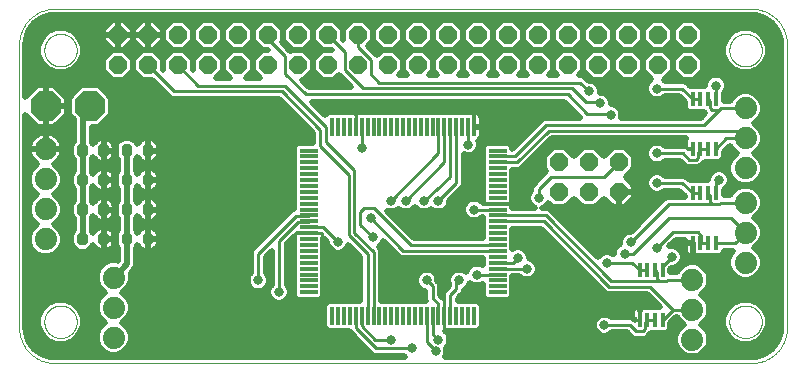
<source format=gbl>
G75*
%MOIN*%
%OFA0B0*%
%FSLAX25Y25*%
%IPPOS*%
%LPD*%
%AMOC8*
5,1,8,0,0,1.08239X$1,22.5*
%
%ADD10C,0.00000*%
%ADD11OC8,0.06000*%
%ADD12R,0.05906X0.01181*%
%ADD13R,0.01181X0.05906*%
%ADD14C,0.02830*%
%ADD15OC8,0.10000*%
%ADD16OC8,0.06102*%
%ADD17R,0.01181X0.04724*%
%ADD18C,0.07400*%
%ADD19C,0.02000*%
%ADD20C,0.01000*%
%ADD21C,0.03169*%
%ADD22C,0.01200*%
D10*
X0013811Y0013041D02*
X0246094Y0013041D01*
X0246379Y0013044D01*
X0246665Y0013055D01*
X0246950Y0013072D01*
X0247234Y0013096D01*
X0247518Y0013127D01*
X0247801Y0013165D01*
X0248082Y0013210D01*
X0248363Y0013261D01*
X0248643Y0013319D01*
X0248921Y0013384D01*
X0249197Y0013456D01*
X0249471Y0013534D01*
X0249744Y0013619D01*
X0250014Y0013711D01*
X0250282Y0013809D01*
X0250548Y0013913D01*
X0250811Y0014024D01*
X0251071Y0014141D01*
X0251329Y0014264D01*
X0251583Y0014394D01*
X0251834Y0014530D01*
X0252082Y0014671D01*
X0252326Y0014819D01*
X0252567Y0014972D01*
X0252803Y0015132D01*
X0253036Y0015297D01*
X0253265Y0015467D01*
X0253490Y0015643D01*
X0253710Y0015825D01*
X0253926Y0016011D01*
X0254137Y0016203D01*
X0254344Y0016400D01*
X0254546Y0016602D01*
X0254743Y0016809D01*
X0254935Y0017020D01*
X0255121Y0017236D01*
X0255303Y0017456D01*
X0255479Y0017681D01*
X0255649Y0017910D01*
X0255814Y0018143D01*
X0255974Y0018379D01*
X0256127Y0018620D01*
X0256275Y0018864D01*
X0256416Y0019112D01*
X0256552Y0019363D01*
X0256682Y0019617D01*
X0256805Y0019875D01*
X0256922Y0020135D01*
X0257033Y0020398D01*
X0257137Y0020664D01*
X0257235Y0020932D01*
X0257327Y0021202D01*
X0257412Y0021475D01*
X0257490Y0021749D01*
X0257562Y0022025D01*
X0257627Y0022303D01*
X0257685Y0022583D01*
X0257736Y0022864D01*
X0257781Y0023145D01*
X0257819Y0023428D01*
X0257850Y0023712D01*
X0257874Y0023996D01*
X0257891Y0024281D01*
X0257902Y0024567D01*
X0257905Y0024852D01*
X0257906Y0024852D02*
X0257906Y0119340D01*
X0257905Y0119340D02*
X0257902Y0119625D01*
X0257891Y0119911D01*
X0257874Y0120196D01*
X0257850Y0120480D01*
X0257819Y0120764D01*
X0257781Y0121047D01*
X0257736Y0121328D01*
X0257685Y0121609D01*
X0257627Y0121889D01*
X0257562Y0122167D01*
X0257490Y0122443D01*
X0257412Y0122717D01*
X0257327Y0122990D01*
X0257235Y0123260D01*
X0257137Y0123528D01*
X0257033Y0123794D01*
X0256922Y0124057D01*
X0256805Y0124317D01*
X0256682Y0124575D01*
X0256552Y0124829D01*
X0256416Y0125080D01*
X0256275Y0125328D01*
X0256127Y0125572D01*
X0255974Y0125813D01*
X0255814Y0126049D01*
X0255649Y0126282D01*
X0255479Y0126511D01*
X0255303Y0126736D01*
X0255121Y0126956D01*
X0254935Y0127172D01*
X0254743Y0127383D01*
X0254546Y0127590D01*
X0254344Y0127792D01*
X0254137Y0127989D01*
X0253926Y0128181D01*
X0253710Y0128367D01*
X0253490Y0128549D01*
X0253265Y0128725D01*
X0253036Y0128895D01*
X0252803Y0129060D01*
X0252567Y0129220D01*
X0252326Y0129373D01*
X0252082Y0129521D01*
X0251834Y0129662D01*
X0251583Y0129798D01*
X0251329Y0129928D01*
X0251071Y0130051D01*
X0250811Y0130168D01*
X0250548Y0130279D01*
X0250282Y0130383D01*
X0250014Y0130481D01*
X0249744Y0130573D01*
X0249471Y0130658D01*
X0249197Y0130736D01*
X0248921Y0130808D01*
X0248643Y0130873D01*
X0248363Y0130931D01*
X0248082Y0130982D01*
X0247801Y0131027D01*
X0247518Y0131065D01*
X0247234Y0131096D01*
X0246950Y0131120D01*
X0246665Y0131137D01*
X0246379Y0131148D01*
X0246094Y0131151D01*
X0013811Y0131151D01*
X0013526Y0131148D01*
X0013240Y0131137D01*
X0012955Y0131120D01*
X0012671Y0131096D01*
X0012387Y0131065D01*
X0012104Y0131027D01*
X0011823Y0130982D01*
X0011542Y0130931D01*
X0011262Y0130873D01*
X0010984Y0130808D01*
X0010708Y0130736D01*
X0010434Y0130658D01*
X0010161Y0130573D01*
X0009891Y0130481D01*
X0009623Y0130383D01*
X0009357Y0130279D01*
X0009094Y0130168D01*
X0008834Y0130051D01*
X0008576Y0129928D01*
X0008322Y0129798D01*
X0008071Y0129662D01*
X0007823Y0129521D01*
X0007579Y0129373D01*
X0007338Y0129220D01*
X0007102Y0129060D01*
X0006869Y0128895D01*
X0006640Y0128725D01*
X0006415Y0128549D01*
X0006195Y0128367D01*
X0005979Y0128181D01*
X0005768Y0127989D01*
X0005561Y0127792D01*
X0005359Y0127590D01*
X0005162Y0127383D01*
X0004970Y0127172D01*
X0004784Y0126956D01*
X0004602Y0126736D01*
X0004426Y0126511D01*
X0004256Y0126282D01*
X0004091Y0126049D01*
X0003931Y0125813D01*
X0003778Y0125572D01*
X0003630Y0125328D01*
X0003489Y0125080D01*
X0003353Y0124829D01*
X0003223Y0124575D01*
X0003100Y0124317D01*
X0002983Y0124057D01*
X0002872Y0123794D01*
X0002768Y0123528D01*
X0002670Y0123260D01*
X0002578Y0122990D01*
X0002493Y0122717D01*
X0002415Y0122443D01*
X0002343Y0122167D01*
X0002278Y0121889D01*
X0002220Y0121609D01*
X0002169Y0121328D01*
X0002124Y0121047D01*
X0002086Y0120764D01*
X0002055Y0120480D01*
X0002031Y0120196D01*
X0002014Y0119911D01*
X0002003Y0119625D01*
X0002000Y0119340D01*
X0002000Y0024852D01*
X0002003Y0024567D01*
X0002014Y0024281D01*
X0002031Y0023996D01*
X0002055Y0023712D01*
X0002086Y0023428D01*
X0002124Y0023145D01*
X0002169Y0022864D01*
X0002220Y0022583D01*
X0002278Y0022303D01*
X0002343Y0022025D01*
X0002415Y0021749D01*
X0002493Y0021475D01*
X0002578Y0021202D01*
X0002670Y0020932D01*
X0002768Y0020664D01*
X0002872Y0020398D01*
X0002983Y0020135D01*
X0003100Y0019875D01*
X0003223Y0019617D01*
X0003353Y0019363D01*
X0003489Y0019112D01*
X0003630Y0018864D01*
X0003778Y0018620D01*
X0003931Y0018379D01*
X0004091Y0018143D01*
X0004256Y0017910D01*
X0004426Y0017681D01*
X0004602Y0017456D01*
X0004784Y0017236D01*
X0004970Y0017020D01*
X0005162Y0016809D01*
X0005359Y0016602D01*
X0005561Y0016400D01*
X0005768Y0016203D01*
X0005979Y0016011D01*
X0006195Y0015825D01*
X0006415Y0015643D01*
X0006640Y0015467D01*
X0006869Y0015297D01*
X0007102Y0015132D01*
X0007338Y0014972D01*
X0007579Y0014819D01*
X0007823Y0014671D01*
X0008071Y0014530D01*
X0008322Y0014394D01*
X0008576Y0014264D01*
X0008834Y0014141D01*
X0009094Y0014024D01*
X0009357Y0013913D01*
X0009623Y0013809D01*
X0009891Y0013711D01*
X0010161Y0013619D01*
X0010434Y0013534D01*
X0010708Y0013456D01*
X0010984Y0013384D01*
X0011262Y0013319D01*
X0011542Y0013261D01*
X0011823Y0013210D01*
X0012104Y0013165D01*
X0012387Y0013127D01*
X0012671Y0013096D01*
X0012955Y0013072D01*
X0013240Y0013055D01*
X0013526Y0013044D01*
X0013811Y0013041D01*
X0010367Y0026820D02*
X0010369Y0026967D01*
X0010375Y0027113D01*
X0010385Y0027259D01*
X0010399Y0027405D01*
X0010417Y0027551D01*
X0010438Y0027696D01*
X0010464Y0027840D01*
X0010494Y0027984D01*
X0010527Y0028126D01*
X0010564Y0028268D01*
X0010605Y0028409D01*
X0010650Y0028548D01*
X0010699Y0028687D01*
X0010751Y0028824D01*
X0010808Y0028959D01*
X0010867Y0029093D01*
X0010931Y0029225D01*
X0010998Y0029355D01*
X0011068Y0029484D01*
X0011142Y0029611D01*
X0011219Y0029735D01*
X0011300Y0029858D01*
X0011384Y0029978D01*
X0011471Y0030096D01*
X0011561Y0030211D01*
X0011654Y0030324D01*
X0011751Y0030435D01*
X0011850Y0030543D01*
X0011952Y0030648D01*
X0012057Y0030750D01*
X0012165Y0030849D01*
X0012276Y0030946D01*
X0012389Y0031039D01*
X0012504Y0031129D01*
X0012622Y0031216D01*
X0012742Y0031300D01*
X0012865Y0031381D01*
X0012989Y0031458D01*
X0013116Y0031532D01*
X0013245Y0031602D01*
X0013375Y0031669D01*
X0013507Y0031733D01*
X0013641Y0031792D01*
X0013776Y0031849D01*
X0013913Y0031901D01*
X0014052Y0031950D01*
X0014191Y0031995D01*
X0014332Y0032036D01*
X0014474Y0032073D01*
X0014616Y0032106D01*
X0014760Y0032136D01*
X0014904Y0032162D01*
X0015049Y0032183D01*
X0015195Y0032201D01*
X0015341Y0032215D01*
X0015487Y0032225D01*
X0015633Y0032231D01*
X0015780Y0032233D01*
X0015927Y0032231D01*
X0016073Y0032225D01*
X0016219Y0032215D01*
X0016365Y0032201D01*
X0016511Y0032183D01*
X0016656Y0032162D01*
X0016800Y0032136D01*
X0016944Y0032106D01*
X0017086Y0032073D01*
X0017228Y0032036D01*
X0017369Y0031995D01*
X0017508Y0031950D01*
X0017647Y0031901D01*
X0017784Y0031849D01*
X0017919Y0031792D01*
X0018053Y0031733D01*
X0018185Y0031669D01*
X0018315Y0031602D01*
X0018444Y0031532D01*
X0018571Y0031458D01*
X0018695Y0031381D01*
X0018818Y0031300D01*
X0018938Y0031216D01*
X0019056Y0031129D01*
X0019171Y0031039D01*
X0019284Y0030946D01*
X0019395Y0030849D01*
X0019503Y0030750D01*
X0019608Y0030648D01*
X0019710Y0030543D01*
X0019809Y0030435D01*
X0019906Y0030324D01*
X0019999Y0030211D01*
X0020089Y0030096D01*
X0020176Y0029978D01*
X0020260Y0029858D01*
X0020341Y0029735D01*
X0020418Y0029611D01*
X0020492Y0029484D01*
X0020562Y0029355D01*
X0020629Y0029225D01*
X0020693Y0029093D01*
X0020752Y0028959D01*
X0020809Y0028824D01*
X0020861Y0028687D01*
X0020910Y0028548D01*
X0020955Y0028409D01*
X0020996Y0028268D01*
X0021033Y0028126D01*
X0021066Y0027984D01*
X0021096Y0027840D01*
X0021122Y0027696D01*
X0021143Y0027551D01*
X0021161Y0027405D01*
X0021175Y0027259D01*
X0021185Y0027113D01*
X0021191Y0026967D01*
X0021193Y0026820D01*
X0021191Y0026673D01*
X0021185Y0026527D01*
X0021175Y0026381D01*
X0021161Y0026235D01*
X0021143Y0026089D01*
X0021122Y0025944D01*
X0021096Y0025800D01*
X0021066Y0025656D01*
X0021033Y0025514D01*
X0020996Y0025372D01*
X0020955Y0025231D01*
X0020910Y0025092D01*
X0020861Y0024953D01*
X0020809Y0024816D01*
X0020752Y0024681D01*
X0020693Y0024547D01*
X0020629Y0024415D01*
X0020562Y0024285D01*
X0020492Y0024156D01*
X0020418Y0024029D01*
X0020341Y0023905D01*
X0020260Y0023782D01*
X0020176Y0023662D01*
X0020089Y0023544D01*
X0019999Y0023429D01*
X0019906Y0023316D01*
X0019809Y0023205D01*
X0019710Y0023097D01*
X0019608Y0022992D01*
X0019503Y0022890D01*
X0019395Y0022791D01*
X0019284Y0022694D01*
X0019171Y0022601D01*
X0019056Y0022511D01*
X0018938Y0022424D01*
X0018818Y0022340D01*
X0018695Y0022259D01*
X0018571Y0022182D01*
X0018444Y0022108D01*
X0018315Y0022038D01*
X0018185Y0021971D01*
X0018053Y0021907D01*
X0017919Y0021848D01*
X0017784Y0021791D01*
X0017647Y0021739D01*
X0017508Y0021690D01*
X0017369Y0021645D01*
X0017228Y0021604D01*
X0017086Y0021567D01*
X0016944Y0021534D01*
X0016800Y0021504D01*
X0016656Y0021478D01*
X0016511Y0021457D01*
X0016365Y0021439D01*
X0016219Y0021425D01*
X0016073Y0021415D01*
X0015927Y0021409D01*
X0015780Y0021407D01*
X0015633Y0021409D01*
X0015487Y0021415D01*
X0015341Y0021425D01*
X0015195Y0021439D01*
X0015049Y0021457D01*
X0014904Y0021478D01*
X0014760Y0021504D01*
X0014616Y0021534D01*
X0014474Y0021567D01*
X0014332Y0021604D01*
X0014191Y0021645D01*
X0014052Y0021690D01*
X0013913Y0021739D01*
X0013776Y0021791D01*
X0013641Y0021848D01*
X0013507Y0021907D01*
X0013375Y0021971D01*
X0013245Y0022038D01*
X0013116Y0022108D01*
X0012989Y0022182D01*
X0012865Y0022259D01*
X0012742Y0022340D01*
X0012622Y0022424D01*
X0012504Y0022511D01*
X0012389Y0022601D01*
X0012276Y0022694D01*
X0012165Y0022791D01*
X0012057Y0022890D01*
X0011952Y0022992D01*
X0011850Y0023097D01*
X0011751Y0023205D01*
X0011654Y0023316D01*
X0011561Y0023429D01*
X0011471Y0023544D01*
X0011384Y0023662D01*
X0011300Y0023782D01*
X0011219Y0023905D01*
X0011142Y0024029D01*
X0011068Y0024156D01*
X0010998Y0024285D01*
X0010931Y0024415D01*
X0010867Y0024547D01*
X0010808Y0024681D01*
X0010751Y0024816D01*
X0010699Y0024953D01*
X0010650Y0025092D01*
X0010605Y0025231D01*
X0010564Y0025372D01*
X0010527Y0025514D01*
X0010494Y0025656D01*
X0010464Y0025800D01*
X0010438Y0025944D01*
X0010417Y0026089D01*
X0010399Y0026235D01*
X0010385Y0026381D01*
X0010375Y0026527D01*
X0010369Y0026673D01*
X0010367Y0026820D01*
X0010367Y0117371D02*
X0010369Y0117518D01*
X0010375Y0117664D01*
X0010385Y0117810D01*
X0010399Y0117956D01*
X0010417Y0118102D01*
X0010438Y0118247D01*
X0010464Y0118391D01*
X0010494Y0118535D01*
X0010527Y0118677D01*
X0010564Y0118819D01*
X0010605Y0118960D01*
X0010650Y0119099D01*
X0010699Y0119238D01*
X0010751Y0119375D01*
X0010808Y0119510D01*
X0010867Y0119644D01*
X0010931Y0119776D01*
X0010998Y0119906D01*
X0011068Y0120035D01*
X0011142Y0120162D01*
X0011219Y0120286D01*
X0011300Y0120409D01*
X0011384Y0120529D01*
X0011471Y0120647D01*
X0011561Y0120762D01*
X0011654Y0120875D01*
X0011751Y0120986D01*
X0011850Y0121094D01*
X0011952Y0121199D01*
X0012057Y0121301D01*
X0012165Y0121400D01*
X0012276Y0121497D01*
X0012389Y0121590D01*
X0012504Y0121680D01*
X0012622Y0121767D01*
X0012742Y0121851D01*
X0012865Y0121932D01*
X0012989Y0122009D01*
X0013116Y0122083D01*
X0013245Y0122153D01*
X0013375Y0122220D01*
X0013507Y0122284D01*
X0013641Y0122343D01*
X0013776Y0122400D01*
X0013913Y0122452D01*
X0014052Y0122501D01*
X0014191Y0122546D01*
X0014332Y0122587D01*
X0014474Y0122624D01*
X0014616Y0122657D01*
X0014760Y0122687D01*
X0014904Y0122713D01*
X0015049Y0122734D01*
X0015195Y0122752D01*
X0015341Y0122766D01*
X0015487Y0122776D01*
X0015633Y0122782D01*
X0015780Y0122784D01*
X0015927Y0122782D01*
X0016073Y0122776D01*
X0016219Y0122766D01*
X0016365Y0122752D01*
X0016511Y0122734D01*
X0016656Y0122713D01*
X0016800Y0122687D01*
X0016944Y0122657D01*
X0017086Y0122624D01*
X0017228Y0122587D01*
X0017369Y0122546D01*
X0017508Y0122501D01*
X0017647Y0122452D01*
X0017784Y0122400D01*
X0017919Y0122343D01*
X0018053Y0122284D01*
X0018185Y0122220D01*
X0018315Y0122153D01*
X0018444Y0122083D01*
X0018571Y0122009D01*
X0018695Y0121932D01*
X0018818Y0121851D01*
X0018938Y0121767D01*
X0019056Y0121680D01*
X0019171Y0121590D01*
X0019284Y0121497D01*
X0019395Y0121400D01*
X0019503Y0121301D01*
X0019608Y0121199D01*
X0019710Y0121094D01*
X0019809Y0120986D01*
X0019906Y0120875D01*
X0019999Y0120762D01*
X0020089Y0120647D01*
X0020176Y0120529D01*
X0020260Y0120409D01*
X0020341Y0120286D01*
X0020418Y0120162D01*
X0020492Y0120035D01*
X0020562Y0119906D01*
X0020629Y0119776D01*
X0020693Y0119644D01*
X0020752Y0119510D01*
X0020809Y0119375D01*
X0020861Y0119238D01*
X0020910Y0119099D01*
X0020955Y0118960D01*
X0020996Y0118819D01*
X0021033Y0118677D01*
X0021066Y0118535D01*
X0021096Y0118391D01*
X0021122Y0118247D01*
X0021143Y0118102D01*
X0021161Y0117956D01*
X0021175Y0117810D01*
X0021185Y0117664D01*
X0021191Y0117518D01*
X0021193Y0117371D01*
X0021191Y0117224D01*
X0021185Y0117078D01*
X0021175Y0116932D01*
X0021161Y0116786D01*
X0021143Y0116640D01*
X0021122Y0116495D01*
X0021096Y0116351D01*
X0021066Y0116207D01*
X0021033Y0116065D01*
X0020996Y0115923D01*
X0020955Y0115782D01*
X0020910Y0115643D01*
X0020861Y0115504D01*
X0020809Y0115367D01*
X0020752Y0115232D01*
X0020693Y0115098D01*
X0020629Y0114966D01*
X0020562Y0114836D01*
X0020492Y0114707D01*
X0020418Y0114580D01*
X0020341Y0114456D01*
X0020260Y0114333D01*
X0020176Y0114213D01*
X0020089Y0114095D01*
X0019999Y0113980D01*
X0019906Y0113867D01*
X0019809Y0113756D01*
X0019710Y0113648D01*
X0019608Y0113543D01*
X0019503Y0113441D01*
X0019395Y0113342D01*
X0019284Y0113245D01*
X0019171Y0113152D01*
X0019056Y0113062D01*
X0018938Y0112975D01*
X0018818Y0112891D01*
X0018695Y0112810D01*
X0018571Y0112733D01*
X0018444Y0112659D01*
X0018315Y0112589D01*
X0018185Y0112522D01*
X0018053Y0112458D01*
X0017919Y0112399D01*
X0017784Y0112342D01*
X0017647Y0112290D01*
X0017508Y0112241D01*
X0017369Y0112196D01*
X0017228Y0112155D01*
X0017086Y0112118D01*
X0016944Y0112085D01*
X0016800Y0112055D01*
X0016656Y0112029D01*
X0016511Y0112008D01*
X0016365Y0111990D01*
X0016219Y0111976D01*
X0016073Y0111966D01*
X0015927Y0111960D01*
X0015780Y0111958D01*
X0015633Y0111960D01*
X0015487Y0111966D01*
X0015341Y0111976D01*
X0015195Y0111990D01*
X0015049Y0112008D01*
X0014904Y0112029D01*
X0014760Y0112055D01*
X0014616Y0112085D01*
X0014474Y0112118D01*
X0014332Y0112155D01*
X0014191Y0112196D01*
X0014052Y0112241D01*
X0013913Y0112290D01*
X0013776Y0112342D01*
X0013641Y0112399D01*
X0013507Y0112458D01*
X0013375Y0112522D01*
X0013245Y0112589D01*
X0013116Y0112659D01*
X0012989Y0112733D01*
X0012865Y0112810D01*
X0012742Y0112891D01*
X0012622Y0112975D01*
X0012504Y0113062D01*
X0012389Y0113152D01*
X0012276Y0113245D01*
X0012165Y0113342D01*
X0012057Y0113441D01*
X0011952Y0113543D01*
X0011850Y0113648D01*
X0011751Y0113756D01*
X0011654Y0113867D01*
X0011561Y0113980D01*
X0011471Y0114095D01*
X0011384Y0114213D01*
X0011300Y0114333D01*
X0011219Y0114456D01*
X0011142Y0114580D01*
X0011068Y0114707D01*
X0010998Y0114836D01*
X0010931Y0114966D01*
X0010867Y0115098D01*
X0010808Y0115232D01*
X0010751Y0115367D01*
X0010699Y0115504D01*
X0010650Y0115643D01*
X0010605Y0115782D01*
X0010564Y0115923D01*
X0010527Y0116065D01*
X0010494Y0116207D01*
X0010464Y0116351D01*
X0010438Y0116495D01*
X0010417Y0116640D01*
X0010399Y0116786D01*
X0010385Y0116932D01*
X0010375Y0117078D01*
X0010369Y0117224D01*
X0010367Y0117371D01*
X0238713Y0117371D02*
X0238715Y0117518D01*
X0238721Y0117664D01*
X0238731Y0117810D01*
X0238745Y0117956D01*
X0238763Y0118102D01*
X0238784Y0118247D01*
X0238810Y0118391D01*
X0238840Y0118535D01*
X0238873Y0118677D01*
X0238910Y0118819D01*
X0238951Y0118960D01*
X0238996Y0119099D01*
X0239045Y0119238D01*
X0239097Y0119375D01*
X0239154Y0119510D01*
X0239213Y0119644D01*
X0239277Y0119776D01*
X0239344Y0119906D01*
X0239414Y0120035D01*
X0239488Y0120162D01*
X0239565Y0120286D01*
X0239646Y0120409D01*
X0239730Y0120529D01*
X0239817Y0120647D01*
X0239907Y0120762D01*
X0240000Y0120875D01*
X0240097Y0120986D01*
X0240196Y0121094D01*
X0240298Y0121199D01*
X0240403Y0121301D01*
X0240511Y0121400D01*
X0240622Y0121497D01*
X0240735Y0121590D01*
X0240850Y0121680D01*
X0240968Y0121767D01*
X0241088Y0121851D01*
X0241211Y0121932D01*
X0241335Y0122009D01*
X0241462Y0122083D01*
X0241591Y0122153D01*
X0241721Y0122220D01*
X0241853Y0122284D01*
X0241987Y0122343D01*
X0242122Y0122400D01*
X0242259Y0122452D01*
X0242398Y0122501D01*
X0242537Y0122546D01*
X0242678Y0122587D01*
X0242820Y0122624D01*
X0242962Y0122657D01*
X0243106Y0122687D01*
X0243250Y0122713D01*
X0243395Y0122734D01*
X0243541Y0122752D01*
X0243687Y0122766D01*
X0243833Y0122776D01*
X0243979Y0122782D01*
X0244126Y0122784D01*
X0244273Y0122782D01*
X0244419Y0122776D01*
X0244565Y0122766D01*
X0244711Y0122752D01*
X0244857Y0122734D01*
X0245002Y0122713D01*
X0245146Y0122687D01*
X0245290Y0122657D01*
X0245432Y0122624D01*
X0245574Y0122587D01*
X0245715Y0122546D01*
X0245854Y0122501D01*
X0245993Y0122452D01*
X0246130Y0122400D01*
X0246265Y0122343D01*
X0246399Y0122284D01*
X0246531Y0122220D01*
X0246661Y0122153D01*
X0246790Y0122083D01*
X0246917Y0122009D01*
X0247041Y0121932D01*
X0247164Y0121851D01*
X0247284Y0121767D01*
X0247402Y0121680D01*
X0247517Y0121590D01*
X0247630Y0121497D01*
X0247741Y0121400D01*
X0247849Y0121301D01*
X0247954Y0121199D01*
X0248056Y0121094D01*
X0248155Y0120986D01*
X0248252Y0120875D01*
X0248345Y0120762D01*
X0248435Y0120647D01*
X0248522Y0120529D01*
X0248606Y0120409D01*
X0248687Y0120286D01*
X0248764Y0120162D01*
X0248838Y0120035D01*
X0248908Y0119906D01*
X0248975Y0119776D01*
X0249039Y0119644D01*
X0249098Y0119510D01*
X0249155Y0119375D01*
X0249207Y0119238D01*
X0249256Y0119099D01*
X0249301Y0118960D01*
X0249342Y0118819D01*
X0249379Y0118677D01*
X0249412Y0118535D01*
X0249442Y0118391D01*
X0249468Y0118247D01*
X0249489Y0118102D01*
X0249507Y0117956D01*
X0249521Y0117810D01*
X0249531Y0117664D01*
X0249537Y0117518D01*
X0249539Y0117371D01*
X0249537Y0117224D01*
X0249531Y0117078D01*
X0249521Y0116932D01*
X0249507Y0116786D01*
X0249489Y0116640D01*
X0249468Y0116495D01*
X0249442Y0116351D01*
X0249412Y0116207D01*
X0249379Y0116065D01*
X0249342Y0115923D01*
X0249301Y0115782D01*
X0249256Y0115643D01*
X0249207Y0115504D01*
X0249155Y0115367D01*
X0249098Y0115232D01*
X0249039Y0115098D01*
X0248975Y0114966D01*
X0248908Y0114836D01*
X0248838Y0114707D01*
X0248764Y0114580D01*
X0248687Y0114456D01*
X0248606Y0114333D01*
X0248522Y0114213D01*
X0248435Y0114095D01*
X0248345Y0113980D01*
X0248252Y0113867D01*
X0248155Y0113756D01*
X0248056Y0113648D01*
X0247954Y0113543D01*
X0247849Y0113441D01*
X0247741Y0113342D01*
X0247630Y0113245D01*
X0247517Y0113152D01*
X0247402Y0113062D01*
X0247284Y0112975D01*
X0247164Y0112891D01*
X0247041Y0112810D01*
X0246917Y0112733D01*
X0246790Y0112659D01*
X0246661Y0112589D01*
X0246531Y0112522D01*
X0246399Y0112458D01*
X0246265Y0112399D01*
X0246130Y0112342D01*
X0245993Y0112290D01*
X0245854Y0112241D01*
X0245715Y0112196D01*
X0245574Y0112155D01*
X0245432Y0112118D01*
X0245290Y0112085D01*
X0245146Y0112055D01*
X0245002Y0112029D01*
X0244857Y0112008D01*
X0244711Y0111990D01*
X0244565Y0111976D01*
X0244419Y0111966D01*
X0244273Y0111960D01*
X0244126Y0111958D01*
X0243979Y0111960D01*
X0243833Y0111966D01*
X0243687Y0111976D01*
X0243541Y0111990D01*
X0243395Y0112008D01*
X0243250Y0112029D01*
X0243106Y0112055D01*
X0242962Y0112085D01*
X0242820Y0112118D01*
X0242678Y0112155D01*
X0242537Y0112196D01*
X0242398Y0112241D01*
X0242259Y0112290D01*
X0242122Y0112342D01*
X0241987Y0112399D01*
X0241853Y0112458D01*
X0241721Y0112522D01*
X0241591Y0112589D01*
X0241462Y0112659D01*
X0241335Y0112733D01*
X0241211Y0112810D01*
X0241088Y0112891D01*
X0240968Y0112975D01*
X0240850Y0113062D01*
X0240735Y0113152D01*
X0240622Y0113245D01*
X0240511Y0113342D01*
X0240403Y0113441D01*
X0240298Y0113543D01*
X0240196Y0113648D01*
X0240097Y0113756D01*
X0240000Y0113867D01*
X0239907Y0113980D01*
X0239817Y0114095D01*
X0239730Y0114213D01*
X0239646Y0114333D01*
X0239565Y0114456D01*
X0239488Y0114580D01*
X0239414Y0114707D01*
X0239344Y0114836D01*
X0239277Y0114966D01*
X0239213Y0115098D01*
X0239154Y0115232D01*
X0239097Y0115367D01*
X0239045Y0115504D01*
X0238996Y0115643D01*
X0238951Y0115782D01*
X0238910Y0115923D01*
X0238873Y0116065D01*
X0238840Y0116207D01*
X0238810Y0116351D01*
X0238784Y0116495D01*
X0238763Y0116640D01*
X0238745Y0116786D01*
X0238731Y0116932D01*
X0238721Y0117078D01*
X0238715Y0117224D01*
X0238713Y0117371D01*
X0238713Y0026820D02*
X0238715Y0026967D01*
X0238721Y0027113D01*
X0238731Y0027259D01*
X0238745Y0027405D01*
X0238763Y0027551D01*
X0238784Y0027696D01*
X0238810Y0027840D01*
X0238840Y0027984D01*
X0238873Y0028126D01*
X0238910Y0028268D01*
X0238951Y0028409D01*
X0238996Y0028548D01*
X0239045Y0028687D01*
X0239097Y0028824D01*
X0239154Y0028959D01*
X0239213Y0029093D01*
X0239277Y0029225D01*
X0239344Y0029355D01*
X0239414Y0029484D01*
X0239488Y0029611D01*
X0239565Y0029735D01*
X0239646Y0029858D01*
X0239730Y0029978D01*
X0239817Y0030096D01*
X0239907Y0030211D01*
X0240000Y0030324D01*
X0240097Y0030435D01*
X0240196Y0030543D01*
X0240298Y0030648D01*
X0240403Y0030750D01*
X0240511Y0030849D01*
X0240622Y0030946D01*
X0240735Y0031039D01*
X0240850Y0031129D01*
X0240968Y0031216D01*
X0241088Y0031300D01*
X0241211Y0031381D01*
X0241335Y0031458D01*
X0241462Y0031532D01*
X0241591Y0031602D01*
X0241721Y0031669D01*
X0241853Y0031733D01*
X0241987Y0031792D01*
X0242122Y0031849D01*
X0242259Y0031901D01*
X0242398Y0031950D01*
X0242537Y0031995D01*
X0242678Y0032036D01*
X0242820Y0032073D01*
X0242962Y0032106D01*
X0243106Y0032136D01*
X0243250Y0032162D01*
X0243395Y0032183D01*
X0243541Y0032201D01*
X0243687Y0032215D01*
X0243833Y0032225D01*
X0243979Y0032231D01*
X0244126Y0032233D01*
X0244273Y0032231D01*
X0244419Y0032225D01*
X0244565Y0032215D01*
X0244711Y0032201D01*
X0244857Y0032183D01*
X0245002Y0032162D01*
X0245146Y0032136D01*
X0245290Y0032106D01*
X0245432Y0032073D01*
X0245574Y0032036D01*
X0245715Y0031995D01*
X0245854Y0031950D01*
X0245993Y0031901D01*
X0246130Y0031849D01*
X0246265Y0031792D01*
X0246399Y0031733D01*
X0246531Y0031669D01*
X0246661Y0031602D01*
X0246790Y0031532D01*
X0246917Y0031458D01*
X0247041Y0031381D01*
X0247164Y0031300D01*
X0247284Y0031216D01*
X0247402Y0031129D01*
X0247517Y0031039D01*
X0247630Y0030946D01*
X0247741Y0030849D01*
X0247849Y0030750D01*
X0247954Y0030648D01*
X0248056Y0030543D01*
X0248155Y0030435D01*
X0248252Y0030324D01*
X0248345Y0030211D01*
X0248435Y0030096D01*
X0248522Y0029978D01*
X0248606Y0029858D01*
X0248687Y0029735D01*
X0248764Y0029611D01*
X0248838Y0029484D01*
X0248908Y0029355D01*
X0248975Y0029225D01*
X0249039Y0029093D01*
X0249098Y0028959D01*
X0249155Y0028824D01*
X0249207Y0028687D01*
X0249256Y0028548D01*
X0249301Y0028409D01*
X0249342Y0028268D01*
X0249379Y0028126D01*
X0249412Y0027984D01*
X0249442Y0027840D01*
X0249468Y0027696D01*
X0249489Y0027551D01*
X0249507Y0027405D01*
X0249521Y0027259D01*
X0249531Y0027113D01*
X0249537Y0026967D01*
X0249539Y0026820D01*
X0249537Y0026673D01*
X0249531Y0026527D01*
X0249521Y0026381D01*
X0249507Y0026235D01*
X0249489Y0026089D01*
X0249468Y0025944D01*
X0249442Y0025800D01*
X0249412Y0025656D01*
X0249379Y0025514D01*
X0249342Y0025372D01*
X0249301Y0025231D01*
X0249256Y0025092D01*
X0249207Y0024953D01*
X0249155Y0024816D01*
X0249098Y0024681D01*
X0249039Y0024547D01*
X0248975Y0024415D01*
X0248908Y0024285D01*
X0248838Y0024156D01*
X0248764Y0024029D01*
X0248687Y0023905D01*
X0248606Y0023782D01*
X0248522Y0023662D01*
X0248435Y0023544D01*
X0248345Y0023429D01*
X0248252Y0023316D01*
X0248155Y0023205D01*
X0248056Y0023097D01*
X0247954Y0022992D01*
X0247849Y0022890D01*
X0247741Y0022791D01*
X0247630Y0022694D01*
X0247517Y0022601D01*
X0247402Y0022511D01*
X0247284Y0022424D01*
X0247164Y0022340D01*
X0247041Y0022259D01*
X0246917Y0022182D01*
X0246790Y0022108D01*
X0246661Y0022038D01*
X0246531Y0021971D01*
X0246399Y0021907D01*
X0246265Y0021848D01*
X0246130Y0021791D01*
X0245993Y0021739D01*
X0245854Y0021690D01*
X0245715Y0021645D01*
X0245574Y0021604D01*
X0245432Y0021567D01*
X0245290Y0021534D01*
X0245146Y0021504D01*
X0245002Y0021478D01*
X0244857Y0021457D01*
X0244711Y0021439D01*
X0244565Y0021425D01*
X0244419Y0021415D01*
X0244273Y0021409D01*
X0244126Y0021407D01*
X0243979Y0021409D01*
X0243833Y0021415D01*
X0243687Y0021425D01*
X0243541Y0021439D01*
X0243395Y0021457D01*
X0243250Y0021478D01*
X0243106Y0021504D01*
X0242962Y0021534D01*
X0242820Y0021567D01*
X0242678Y0021604D01*
X0242537Y0021645D01*
X0242398Y0021690D01*
X0242259Y0021739D01*
X0242122Y0021791D01*
X0241987Y0021848D01*
X0241853Y0021907D01*
X0241721Y0021971D01*
X0241591Y0022038D01*
X0241462Y0022108D01*
X0241335Y0022182D01*
X0241211Y0022259D01*
X0241088Y0022340D01*
X0240968Y0022424D01*
X0240850Y0022511D01*
X0240735Y0022601D01*
X0240622Y0022694D01*
X0240511Y0022791D01*
X0240403Y0022890D01*
X0240298Y0022992D01*
X0240196Y0023097D01*
X0240097Y0023205D01*
X0240000Y0023316D01*
X0239907Y0023429D01*
X0239817Y0023544D01*
X0239730Y0023662D01*
X0239646Y0023782D01*
X0239565Y0023905D01*
X0239488Y0024029D01*
X0239414Y0024156D01*
X0239344Y0024285D01*
X0239277Y0024415D01*
X0239213Y0024547D01*
X0239154Y0024681D01*
X0239097Y0024816D01*
X0239045Y0024953D01*
X0238996Y0025092D01*
X0238951Y0025231D01*
X0238910Y0025372D01*
X0238873Y0025514D01*
X0238840Y0025656D01*
X0238810Y0025800D01*
X0238784Y0025944D01*
X0238763Y0026089D01*
X0238745Y0026235D01*
X0238731Y0026381D01*
X0238721Y0026527D01*
X0238715Y0026673D01*
X0238713Y0026820D01*
D11*
X0224953Y0112371D03*
X0214953Y0112371D03*
X0204953Y0112371D03*
X0194953Y0112371D03*
X0184953Y0112371D03*
X0174953Y0112371D03*
X0164953Y0112371D03*
X0154953Y0112371D03*
X0144953Y0112371D03*
X0134953Y0112371D03*
X0124953Y0112371D03*
X0114953Y0112371D03*
X0104953Y0112371D03*
X0094953Y0112371D03*
X0084953Y0112371D03*
X0074953Y0112371D03*
X0064953Y0112371D03*
X0054953Y0112371D03*
X0044953Y0112371D03*
X0034953Y0112371D03*
X0034953Y0122371D03*
X0044953Y0122371D03*
X0054953Y0122371D03*
X0064953Y0122371D03*
X0074953Y0122371D03*
X0084953Y0122371D03*
X0094953Y0122371D03*
X0104953Y0122371D03*
X0114953Y0122371D03*
X0124953Y0122371D03*
X0134953Y0122371D03*
X0144953Y0122371D03*
X0154953Y0122371D03*
X0164953Y0122371D03*
X0174953Y0122371D03*
X0184953Y0122371D03*
X0194953Y0122371D03*
X0204953Y0122371D03*
X0214953Y0122371D03*
X0224953Y0122371D03*
D12*
X0161449Y0083907D03*
X0161449Y0081938D03*
X0161449Y0079970D03*
X0161449Y0078001D03*
X0161449Y0076033D03*
X0161449Y0074064D03*
X0161449Y0072096D03*
X0161449Y0070127D03*
X0161449Y0068159D03*
X0161449Y0066190D03*
X0161449Y0064222D03*
X0161449Y0062253D03*
X0161449Y0060285D03*
X0161449Y0058316D03*
X0161449Y0056348D03*
X0161449Y0054379D03*
X0161449Y0052411D03*
X0161449Y0050442D03*
X0161449Y0048474D03*
X0161449Y0046505D03*
X0161449Y0044537D03*
X0161449Y0042568D03*
X0161449Y0040600D03*
X0161449Y0038631D03*
X0161449Y0036663D03*
X0098457Y0036663D03*
X0098457Y0038631D03*
X0098457Y0040600D03*
X0098457Y0042568D03*
X0098457Y0044537D03*
X0098457Y0046505D03*
X0098457Y0048474D03*
X0098457Y0050442D03*
X0098457Y0052411D03*
X0098457Y0054379D03*
X0098457Y0056348D03*
X0098457Y0058316D03*
X0098457Y0060285D03*
X0098457Y0062253D03*
X0098457Y0064222D03*
X0098457Y0066190D03*
X0098457Y0068159D03*
X0098457Y0070127D03*
X0098457Y0072096D03*
X0098457Y0074064D03*
X0098457Y0076033D03*
X0098457Y0078001D03*
X0098457Y0079970D03*
X0098457Y0081938D03*
X0098457Y0083907D03*
D13*
X0106331Y0091781D03*
X0108299Y0091781D03*
X0110268Y0091781D03*
X0112236Y0091781D03*
X0114205Y0091781D03*
X0116173Y0091781D03*
X0118142Y0091781D03*
X0120110Y0091781D03*
X0122079Y0091781D03*
X0124047Y0091781D03*
X0126016Y0091781D03*
X0127984Y0091781D03*
X0129953Y0091781D03*
X0131921Y0091781D03*
X0133890Y0091781D03*
X0135858Y0091781D03*
X0137827Y0091781D03*
X0139795Y0091781D03*
X0141764Y0091781D03*
X0143732Y0091781D03*
X0145701Y0091781D03*
X0147669Y0091781D03*
X0149638Y0091781D03*
X0151606Y0091781D03*
X0153575Y0091781D03*
X0153575Y0028789D03*
X0151606Y0028789D03*
X0149638Y0028789D03*
X0147669Y0028789D03*
X0145701Y0028789D03*
X0143732Y0028789D03*
X0141764Y0028789D03*
X0139795Y0028789D03*
X0137827Y0028789D03*
X0135858Y0028789D03*
X0133890Y0028789D03*
X0131921Y0028789D03*
X0129953Y0028789D03*
X0127984Y0028789D03*
X0126016Y0028789D03*
X0124047Y0028789D03*
X0122079Y0028789D03*
X0120110Y0028789D03*
X0118142Y0028789D03*
X0116173Y0028789D03*
X0114205Y0028789D03*
X0112236Y0028789D03*
X0110268Y0028789D03*
X0108299Y0028789D03*
X0106331Y0028789D03*
D14*
X0044517Y0053629D02*
X0044517Y0055129D01*
X0045223Y0055129D01*
X0045223Y0053629D01*
X0044517Y0053629D01*
X0037517Y0053629D02*
X0037517Y0055129D01*
X0038223Y0055129D01*
X0038223Y0053629D01*
X0037517Y0053629D01*
X0030459Y0053629D02*
X0030459Y0055129D01*
X0030459Y0053629D02*
X0029753Y0053629D01*
X0029753Y0055129D01*
X0030459Y0055129D01*
X0023459Y0055129D02*
X0023459Y0053629D01*
X0022753Y0053629D01*
X0022753Y0055129D01*
X0023459Y0055129D01*
X0022753Y0063472D02*
X0022753Y0064972D01*
X0023459Y0064972D01*
X0023459Y0063472D01*
X0022753Y0063472D01*
X0029753Y0063472D02*
X0029753Y0064972D01*
X0030459Y0064972D01*
X0030459Y0063472D01*
X0029753Y0063472D01*
X0037517Y0063472D02*
X0037517Y0064972D01*
X0038223Y0064972D01*
X0038223Y0063472D01*
X0037517Y0063472D01*
X0044517Y0063472D02*
X0044517Y0064972D01*
X0045223Y0064972D01*
X0045223Y0063472D01*
X0044517Y0063472D01*
X0044517Y0073314D02*
X0044517Y0074814D01*
X0045223Y0074814D01*
X0045223Y0073314D01*
X0044517Y0073314D01*
X0037517Y0073314D02*
X0037517Y0074814D01*
X0038223Y0074814D01*
X0038223Y0073314D01*
X0037517Y0073314D01*
X0030459Y0073314D02*
X0030459Y0074814D01*
X0030459Y0073314D02*
X0029753Y0073314D01*
X0029753Y0074814D01*
X0030459Y0074814D01*
X0023459Y0074814D02*
X0023459Y0073314D01*
X0022753Y0073314D01*
X0022753Y0074814D01*
X0023459Y0074814D01*
X0023459Y0083157D02*
X0023459Y0084657D01*
X0023459Y0083157D02*
X0022753Y0083157D01*
X0022753Y0084657D01*
X0023459Y0084657D01*
X0030459Y0084657D02*
X0030459Y0083157D01*
X0029753Y0083157D01*
X0029753Y0084657D01*
X0030459Y0084657D01*
X0037517Y0084657D02*
X0037517Y0083157D01*
X0037517Y0084657D02*
X0038223Y0084657D01*
X0038223Y0083157D01*
X0037517Y0083157D01*
X0044517Y0083157D02*
X0044517Y0084657D01*
X0045223Y0084657D01*
X0045223Y0083157D01*
X0044517Y0083157D01*
D15*
X0025622Y0098670D03*
X0010858Y0098670D03*
D16*
X0181961Y0080048D03*
X0191961Y0080048D03*
X0201961Y0080048D03*
X0201961Y0070048D03*
X0191961Y0070048D03*
X0181961Y0070048D03*
D17*
X0226504Y0069588D03*
X0229063Y0069588D03*
X0231622Y0069588D03*
X0234181Y0069588D03*
X0234181Y0084450D03*
X0231622Y0084450D03*
X0229063Y0084450D03*
X0226504Y0084450D03*
X0226504Y0101084D03*
X0229063Y0101084D03*
X0231622Y0101084D03*
X0234181Y0101084D03*
X0234181Y0052954D03*
X0231622Y0052954D03*
X0229063Y0052954D03*
X0226504Y0052954D03*
X0216465Y0043997D03*
X0213906Y0043997D03*
X0211346Y0043997D03*
X0208787Y0043997D03*
X0208787Y0027363D03*
X0211346Y0027363D03*
X0213906Y0027363D03*
X0216465Y0027363D03*
D18*
X0226409Y0030915D03*
X0226409Y0040915D03*
X0244126Y0046505D03*
X0244126Y0056505D03*
X0244126Y0066505D03*
X0244126Y0078001D03*
X0244126Y0088001D03*
X0244126Y0098001D03*
X0226409Y0020915D03*
X0033496Y0021584D03*
X0033496Y0031584D03*
X0033496Y0041584D03*
X0010850Y0054352D03*
X0010850Y0064352D03*
X0010850Y0074352D03*
X0010850Y0084352D03*
D19*
X0010850Y0090052D01*
X0010401Y0090052D01*
X0009515Y0089911D01*
X0008662Y0089634D01*
X0007863Y0089227D01*
X0007137Y0088699D01*
X0006502Y0088065D01*
X0005975Y0087339D01*
X0005568Y0086540D01*
X0005290Y0085686D01*
X0005150Y0084800D01*
X0005150Y0084352D01*
X0010850Y0084352D01*
X0010850Y0084352D01*
X0010850Y0090052D01*
X0011299Y0090052D01*
X0012185Y0089911D01*
X0013038Y0089634D01*
X0013837Y0089227D01*
X0014563Y0088699D01*
X0015198Y0088065D01*
X0015725Y0087339D01*
X0016132Y0086540D01*
X0016410Y0085686D01*
X0016550Y0084800D01*
X0016550Y0084352D01*
X0010850Y0084352D01*
X0010850Y0084351D01*
X0016550Y0084351D01*
X0016550Y0083903D01*
X0016410Y0083017D01*
X0016132Y0082163D01*
X0015725Y0081364D01*
X0015198Y0080638D01*
X0014563Y0080004D01*
X0013837Y0079476D01*
X0013629Y0079370D01*
X0014079Y0079184D01*
X0015682Y0077580D01*
X0016550Y0075485D01*
X0016550Y0073218D01*
X0015682Y0071123D01*
X0014079Y0069519D01*
X0013674Y0069352D01*
X0014079Y0069184D01*
X0015682Y0067580D01*
X0016550Y0065485D01*
X0016550Y0063218D01*
X0015682Y0061123D01*
X0014079Y0059519D01*
X0013674Y0059352D01*
X0014079Y0059184D01*
X0015682Y0057580D01*
X0016550Y0055485D01*
X0016550Y0053218D01*
X0015682Y0051123D01*
X0014079Y0049519D01*
X0011984Y0048652D01*
X0009716Y0048652D01*
X0007621Y0049519D01*
X0006018Y0051123D01*
X0005150Y0053218D01*
X0005150Y0055485D01*
X0006018Y0057580D01*
X0007621Y0059184D01*
X0008026Y0059352D01*
X0007621Y0059519D01*
X0006018Y0061123D01*
X0005150Y0063218D01*
X0005150Y0065485D01*
X0006018Y0067580D01*
X0007621Y0069184D01*
X0008026Y0069352D01*
X0007621Y0069519D01*
X0006018Y0071123D01*
X0005150Y0073218D01*
X0005150Y0075485D01*
X0006018Y0077580D01*
X0007621Y0079184D01*
X0008071Y0079370D01*
X0007863Y0079476D01*
X0007137Y0080004D01*
X0006502Y0080638D01*
X0005975Y0081364D01*
X0005568Y0082163D01*
X0005290Y0083017D01*
X0005150Y0083903D01*
X0005150Y0084351D01*
X0010850Y0084351D01*
X0010850Y0084352D01*
X0010850Y0084987D02*
X0010850Y0084987D01*
X0010850Y0086985D02*
X0010850Y0086985D01*
X0010850Y0088984D02*
X0010850Y0088984D01*
X0014171Y0088984D02*
X0020106Y0088984D01*
X0020106Y0090982D02*
X0004000Y0090982D01*
X0004000Y0088984D02*
X0007529Y0088984D01*
X0005795Y0086985D02*
X0004000Y0086985D01*
X0004000Y0084987D02*
X0005180Y0084987D01*
X0005300Y0082988D02*
X0004000Y0082988D01*
X0004000Y0080990D02*
X0006247Y0080990D01*
X0007429Y0078991D02*
X0004000Y0078991D01*
X0004000Y0076993D02*
X0005774Y0076993D01*
X0005150Y0074994D02*
X0004000Y0074994D01*
X0004000Y0072996D02*
X0005242Y0072996D01*
X0006143Y0070997D02*
X0004000Y0070997D01*
X0004000Y0068999D02*
X0007436Y0068999D01*
X0005778Y0067000D02*
X0004000Y0067000D01*
X0004000Y0065002D02*
X0005150Y0065002D01*
X0005239Y0063003D02*
X0004000Y0063003D01*
X0004000Y0061005D02*
X0006136Y0061005D01*
X0007444Y0059006D02*
X0004000Y0059006D01*
X0004000Y0057008D02*
X0005781Y0057008D01*
X0005150Y0055009D02*
X0004000Y0055009D01*
X0004000Y0053011D02*
X0005236Y0053011D01*
X0006128Y0051012D02*
X0004000Y0051012D01*
X0004000Y0049014D02*
X0008842Y0049014D01*
X0012858Y0049014D02*
X0034870Y0049014D01*
X0034630Y0047284D02*
X0032362Y0047284D01*
X0030267Y0046416D01*
X0028664Y0044813D01*
X0027796Y0042718D01*
X0027796Y0040450D01*
X0028664Y0038355D01*
X0030267Y0036752D01*
X0030672Y0036584D01*
X0030267Y0036416D01*
X0028664Y0034813D01*
X0027796Y0032718D01*
X0027796Y0030450D01*
X0028664Y0028355D01*
X0030267Y0026752D01*
X0030672Y0026584D01*
X0030267Y0026416D01*
X0028664Y0024813D01*
X0027796Y0022718D01*
X0027796Y0020450D01*
X0028664Y0018355D01*
X0030267Y0016752D01*
X0032362Y0015884D01*
X0034630Y0015884D01*
X0036725Y0016752D01*
X0038328Y0018355D01*
X0039196Y0020450D01*
X0039196Y0022718D01*
X0038328Y0024813D01*
X0036725Y0026416D01*
X0036320Y0026584D01*
X0036725Y0026752D01*
X0038328Y0028355D01*
X0039196Y0030450D01*
X0039196Y0032718D01*
X0038328Y0034813D01*
X0036725Y0036416D01*
X0036320Y0036584D01*
X0036725Y0036752D01*
X0038328Y0038355D01*
X0039196Y0040450D01*
X0039196Y0042718D01*
X0039101Y0042946D01*
X0039569Y0043415D01*
X0040413Y0044258D01*
X0040870Y0045361D01*
X0040870Y0051446D01*
X0041119Y0051694D01*
X0041370Y0052301D01*
X0041490Y0052011D01*
X0041864Y0051452D01*
X0042340Y0050976D01*
X0042899Y0050602D01*
X0043520Y0050345D01*
X0044180Y0050214D01*
X0044870Y0050214D01*
X0044870Y0054379D01*
X0044870Y0054379D01*
X0044870Y0050214D01*
X0045560Y0050214D01*
X0046220Y0050345D01*
X0046841Y0050602D01*
X0047401Y0050976D01*
X0047876Y0051452D01*
X0048250Y0052011D01*
X0048507Y0052632D01*
X0048639Y0053292D01*
X0048639Y0054379D01*
X0044870Y0054379D01*
X0044870Y0054379D01*
X0044870Y0058544D01*
X0044180Y0058544D01*
X0043520Y0058413D01*
X0042899Y0058156D01*
X0042340Y0057782D01*
X0041864Y0057306D01*
X0041490Y0056747D01*
X0041370Y0056457D01*
X0041119Y0057064D01*
X0040870Y0057313D01*
X0040870Y0061288D01*
X0041119Y0061537D01*
X0041370Y0062144D01*
X0041490Y0061854D01*
X0041864Y0061294D01*
X0042340Y0060819D01*
X0042899Y0060445D01*
X0043520Y0060187D01*
X0044180Y0060056D01*
X0044870Y0060056D01*
X0044870Y0064221D01*
X0044870Y0064221D01*
X0044870Y0060056D01*
X0045560Y0060056D01*
X0046220Y0060187D01*
X0046841Y0060445D01*
X0047401Y0060819D01*
X0047876Y0061294D01*
X0048250Y0061854D01*
X0048507Y0062475D01*
X0048639Y0063135D01*
X0048639Y0064222D01*
X0048639Y0065309D01*
X0048507Y0065968D01*
X0048250Y0066590D01*
X0047876Y0067149D01*
X0047401Y0067625D01*
X0046841Y0067998D01*
X0046220Y0068256D01*
X0045560Y0068387D01*
X0044870Y0068387D01*
X0044180Y0068387D01*
X0043520Y0068256D01*
X0042899Y0067998D01*
X0042340Y0067625D01*
X0041864Y0067149D01*
X0041490Y0066590D01*
X0041370Y0066300D01*
X0041119Y0066907D01*
X0040870Y0067155D01*
X0040870Y0071131D01*
X0041119Y0071379D01*
X0041370Y0071986D01*
X0041490Y0071696D01*
X0041864Y0071137D01*
X0042340Y0070661D01*
X0042899Y0070287D01*
X0043520Y0070030D01*
X0044180Y0069899D01*
X0044870Y0069899D01*
X0044870Y0074064D01*
X0044870Y0074064D01*
X0044870Y0069899D01*
X0045560Y0069899D01*
X0046220Y0070030D01*
X0046841Y0070287D01*
X0047401Y0070661D01*
X0047876Y0071137D01*
X0048250Y0071696D01*
X0048507Y0072318D01*
X0048639Y0072977D01*
X0048639Y0074064D01*
X0044870Y0074064D01*
X0044870Y0074064D01*
X0044870Y0078229D01*
X0044180Y0078229D01*
X0043520Y0078098D01*
X0042899Y0077841D01*
X0042340Y0077467D01*
X0041864Y0076991D01*
X0041490Y0076432D01*
X0041370Y0076142D01*
X0041119Y0076749D01*
X0040870Y0076998D01*
X0040870Y0080973D01*
X0041119Y0081222D01*
X0041370Y0081829D01*
X0041490Y0081539D01*
X0041864Y0080979D01*
X0042340Y0080504D01*
X0042899Y0080130D01*
X0043520Y0079873D01*
X0044180Y0079741D01*
X0044870Y0079741D01*
X0044870Y0083907D01*
X0044870Y0088072D01*
X0044180Y0088072D01*
X0043520Y0087941D01*
X0042899Y0087683D01*
X0042340Y0087310D01*
X0041864Y0086834D01*
X0041490Y0086275D01*
X0041370Y0085985D01*
X0041119Y0086592D01*
X0040158Y0087552D01*
X0038903Y0088072D01*
X0036837Y0088072D01*
X0035582Y0087552D01*
X0034621Y0086592D01*
X0034102Y0085336D01*
X0034102Y0082477D01*
X0034621Y0081222D01*
X0034870Y0080973D01*
X0034870Y0076998D01*
X0034621Y0076749D01*
X0034102Y0075494D01*
X0034102Y0072634D01*
X0034621Y0071379D01*
X0034870Y0071131D01*
X0034870Y0067155D01*
X0034621Y0066907D01*
X0034102Y0065651D01*
X0034102Y0062792D01*
X0034621Y0061537D01*
X0034870Y0061288D01*
X0034870Y0057313D01*
X0034621Y0057064D01*
X0034102Y0055809D01*
X0034102Y0052949D01*
X0034621Y0051694D01*
X0034870Y0051446D01*
X0034870Y0047200D01*
X0034859Y0047189D01*
X0034630Y0047284D01*
X0031714Y0047015D02*
X0004000Y0047015D01*
X0004000Y0045017D02*
X0028868Y0045017D01*
X0027921Y0043018D02*
X0004000Y0043018D01*
X0004000Y0041020D02*
X0027796Y0041020D01*
X0028388Y0039021D02*
X0004000Y0039021D01*
X0004000Y0037023D02*
X0029996Y0037023D01*
X0028875Y0035024D02*
X0004000Y0035024D01*
X0004000Y0033026D02*
X0011501Y0033026D01*
X0011580Y0033105D02*
X0009495Y0031019D01*
X0008366Y0028295D01*
X0008366Y0025345D01*
X0009495Y0022621D01*
X0011580Y0020535D01*
X0014305Y0019407D01*
X0017254Y0019407D01*
X0019979Y0020535D01*
X0022064Y0022621D01*
X0023193Y0025345D01*
X0023193Y0028295D01*
X0022064Y0031019D01*
X0019979Y0033105D01*
X0017254Y0034233D01*
X0014305Y0034233D01*
X0011580Y0033105D01*
X0009502Y0031027D02*
X0004000Y0031027D01*
X0004000Y0029029D02*
X0008670Y0029029D01*
X0008366Y0027030D02*
X0004000Y0027030D01*
X0004000Y0025032D02*
X0008496Y0025032D01*
X0009324Y0023033D02*
X0004213Y0023033D01*
X0004121Y0023317D02*
X0004000Y0024852D01*
X0004000Y0095629D01*
X0007959Y0091670D01*
X0010858Y0091670D01*
X0010858Y0098670D01*
X0010858Y0098670D01*
X0010858Y0091670D01*
X0013758Y0091670D01*
X0017858Y0095771D01*
X0017858Y0098670D01*
X0010858Y0098670D01*
X0010858Y0098670D01*
X0010858Y0098671D02*
X0010858Y0105670D01*
X0007959Y0105670D01*
X0004000Y0101712D01*
X0004000Y0119340D01*
X0004121Y0120875D01*
X0005069Y0123794D01*
X0006874Y0126277D01*
X0009357Y0128081D01*
X0012276Y0129030D01*
X0013811Y0129151D01*
X0246094Y0129151D01*
X0247629Y0129030D01*
X0250549Y0128081D01*
X0253032Y0126277D01*
X0254836Y0123794D01*
X0255785Y0120875D01*
X0255906Y0119340D01*
X0255906Y0024852D01*
X0255785Y0023317D01*
X0254836Y0020397D01*
X0253032Y0017914D01*
X0250549Y0016110D01*
X0247629Y0015161D01*
X0246094Y0015041D01*
X0143857Y0015041D01*
X0144364Y0016265D01*
X0144364Y0017690D01*
X0144143Y0018224D01*
X0144802Y0018884D01*
X0145348Y0020202D01*
X0145348Y0021627D01*
X0144802Y0022945D01*
X0143911Y0023836D01*
X0154994Y0023836D01*
X0156165Y0025007D01*
X0156165Y0032570D01*
X0154994Y0033741D01*
X0148123Y0033741D01*
X0148123Y0034565D01*
X0149085Y0035527D01*
X0149085Y0035527D01*
X0149789Y0036231D01*
X0150169Y0037150D01*
X0150169Y0037348D01*
X0150684Y0037561D01*
X0151692Y0038569D01*
X0152218Y0039840D01*
X0152529Y0039530D01*
X0153846Y0038984D01*
X0155272Y0038984D01*
X0156496Y0039491D01*
X0156496Y0035244D01*
X0157668Y0034072D01*
X0165230Y0034072D01*
X0166402Y0035244D01*
X0166402Y0042037D01*
X0168722Y0042037D01*
X0169261Y0041498D01*
X0170578Y0040952D01*
X0172004Y0040952D01*
X0173322Y0041498D01*
X0174330Y0042506D01*
X0174876Y0043824D01*
X0174876Y0045250D01*
X0174330Y0046567D01*
X0173322Y0047575D01*
X0172004Y0048121D01*
X0171923Y0048121D01*
X0171923Y0048823D01*
X0171377Y0050140D01*
X0170369Y0051148D01*
X0169052Y0051694D01*
X0167626Y0051694D01*
X0166402Y0051187D01*
X0166402Y0057785D01*
X0175860Y0057785D01*
X0197229Y0036416D01*
X0198148Y0036035D01*
X0211360Y0036035D01*
X0215669Y0031726D01*
X0209927Y0031726D01*
X0209867Y0031665D01*
X0209641Y0031726D01*
X0208787Y0031726D01*
X0207934Y0031726D01*
X0207425Y0031589D01*
X0206969Y0031326D01*
X0206596Y0030954D01*
X0206333Y0030498D01*
X0206197Y0029989D01*
X0206197Y0028263D01*
X0206021Y0028336D01*
X0199451Y0028336D01*
X0198912Y0028874D01*
X0197595Y0029420D01*
X0196169Y0029420D01*
X0194852Y0028874D01*
X0193843Y0027866D01*
X0193298Y0026549D01*
X0193298Y0025123D01*
X0193843Y0023805D01*
X0194852Y0022797D01*
X0196169Y0022252D01*
X0197595Y0022252D01*
X0198912Y0022797D01*
X0199451Y0023336D01*
X0204488Y0023336D01*
X0206242Y0021582D01*
X0207161Y0021201D01*
X0210414Y0021201D01*
X0211333Y0021582D01*
X0212094Y0022343D01*
X0212752Y0023001D01*
X0217884Y0023001D01*
X0219055Y0024173D01*
X0219055Y0026418D01*
X0221051Y0028415D01*
X0221275Y0028415D01*
X0221577Y0027686D01*
X0223181Y0026082D01*
X0223586Y0025915D01*
X0223181Y0025747D01*
X0221577Y0024143D01*
X0220709Y0022048D01*
X0220709Y0019781D01*
X0221577Y0017686D01*
X0223181Y0016082D01*
X0225276Y0015215D01*
X0227543Y0015215D01*
X0229638Y0016082D01*
X0231242Y0017686D01*
X0232109Y0019781D01*
X0232109Y0022048D01*
X0231242Y0024143D01*
X0229638Y0025747D01*
X0229233Y0025915D01*
X0229638Y0026082D01*
X0231242Y0027686D01*
X0232109Y0029781D01*
X0232109Y0032048D01*
X0231242Y0034143D01*
X0229638Y0035747D01*
X0229233Y0035915D01*
X0229638Y0036082D01*
X0231242Y0037686D01*
X0232109Y0039781D01*
X0232109Y0042048D01*
X0231242Y0044143D01*
X0229638Y0045747D01*
X0227543Y0046615D01*
X0225276Y0046615D01*
X0223181Y0045747D01*
X0221577Y0044143D01*
X0221275Y0043415D01*
X0219055Y0043415D01*
X0219055Y0044473D01*
X0219471Y0044889D01*
X0220233Y0044889D01*
X0221550Y0045435D01*
X0222558Y0046443D01*
X0223104Y0047761D01*
X0223104Y0049187D01*
X0222558Y0050504D01*
X0221550Y0051512D01*
X0220233Y0052058D01*
X0218807Y0052058D01*
X0218736Y0052029D01*
X0220824Y0054116D01*
X0223913Y0054116D01*
X0223913Y0052954D01*
X0226472Y0052954D01*
X0226472Y0052954D01*
X0223913Y0052954D01*
X0223913Y0050328D01*
X0224050Y0049820D01*
X0224313Y0049364D01*
X0224685Y0048991D01*
X0225141Y0048728D01*
X0225650Y0048592D01*
X0226504Y0048592D01*
X0227358Y0048592D01*
X0227584Y0048652D01*
X0227644Y0048592D01*
X0235600Y0048592D01*
X0236772Y0049763D01*
X0236772Y0050454D01*
X0240014Y0050454D01*
X0239294Y0049734D01*
X0238426Y0047639D01*
X0238426Y0045371D01*
X0239294Y0043276D01*
X0240897Y0041673D01*
X0242992Y0040805D01*
X0245260Y0040805D01*
X0247355Y0041673D01*
X0248958Y0043276D01*
X0249826Y0045371D01*
X0249826Y0047639D01*
X0248958Y0049734D01*
X0247355Y0051337D01*
X0246950Y0051505D01*
X0247355Y0051673D01*
X0248958Y0053276D01*
X0249826Y0055371D01*
X0249826Y0057639D01*
X0248958Y0059734D01*
X0247355Y0061337D01*
X0246950Y0061505D01*
X0247355Y0061673D01*
X0248958Y0063276D01*
X0249826Y0065371D01*
X0249826Y0067639D01*
X0248958Y0069734D01*
X0247355Y0071337D01*
X0245260Y0072205D01*
X0242992Y0072205D01*
X0240897Y0071337D01*
X0239294Y0069734D01*
X0238992Y0069005D01*
X0236772Y0069005D01*
X0236772Y0070808D01*
X0237298Y0071026D01*
X0238306Y0072034D01*
X0238852Y0073351D01*
X0238852Y0074777D01*
X0238306Y0076094D01*
X0237298Y0077103D01*
X0235981Y0077648D01*
X0234555Y0077648D01*
X0233237Y0077103D01*
X0232229Y0076094D01*
X0231683Y0074777D01*
X0231683Y0073950D01*
X0225677Y0073950D01*
X0225131Y0074496D01*
X0224428Y0075199D01*
X0223509Y0075580D01*
X0217167Y0075580D01*
X0216629Y0076118D01*
X0215311Y0076664D01*
X0213885Y0076664D01*
X0212568Y0076118D01*
X0211560Y0075110D01*
X0211014Y0073793D01*
X0211014Y0072367D01*
X0211560Y0071050D01*
X0212568Y0070041D01*
X0213885Y0069496D01*
X0215311Y0069496D01*
X0216629Y0070041D01*
X0217167Y0070580D01*
X0221976Y0070580D01*
X0223913Y0068643D01*
X0223913Y0068426D01*
X0218049Y0068426D01*
X0217130Y0068045D01*
X0216427Y0067342D01*
X0205927Y0056841D01*
X0205165Y0056841D01*
X0203848Y0056296D01*
X0202839Y0055287D01*
X0202294Y0053970D01*
X0202294Y0052725D01*
X0201741Y0052496D01*
X0200733Y0051488D01*
X0200187Y0050171D01*
X0200187Y0049253D01*
X0199896Y0049544D01*
X0198579Y0050089D01*
X0197153Y0050089D01*
X0195836Y0049544D01*
X0194828Y0048535D01*
X0194798Y0048463D01*
X0178889Y0064373D01*
X0177970Y0064753D01*
X0176373Y0064753D01*
X0177259Y0065120D01*
X0178267Y0066128D01*
X0178405Y0066461D01*
X0179868Y0064997D01*
X0184053Y0064997D01*
X0186961Y0067905D01*
X0189868Y0064997D01*
X0194053Y0064997D01*
X0196961Y0067905D01*
X0199868Y0064997D01*
X0201961Y0064997D01*
X0204053Y0064997D01*
X0207012Y0067956D01*
X0207012Y0070048D01*
X0201961Y0070048D01*
X0201961Y0070048D01*
X0201961Y0064997D01*
X0201961Y0070048D01*
X0201961Y0070048D01*
X0207012Y0070048D01*
X0207012Y0072141D01*
X0204104Y0075048D01*
X0207012Y0077956D01*
X0207012Y0082141D01*
X0204053Y0085100D01*
X0199868Y0085100D01*
X0196961Y0082192D01*
X0194053Y0085100D01*
X0189868Y0085100D01*
X0186961Y0082192D01*
X0184053Y0085100D01*
X0179868Y0085100D01*
X0176909Y0082141D01*
X0176909Y0077956D01*
X0177724Y0077142D01*
X0173109Y0072528D01*
X0172728Y0071609D01*
X0172728Y0070728D01*
X0172190Y0070189D01*
X0171644Y0068872D01*
X0171644Y0067446D01*
X0172190Y0066128D01*
X0173198Y0065120D01*
X0174084Y0064753D01*
X0166402Y0064753D01*
X0166402Y0065641D01*
X0166402Y0066190D01*
X0165852Y0066190D01*
X0165852Y0066190D01*
X0165852Y0066190D01*
X0166402Y0066190D01*
X0166402Y0077470D01*
X0168429Y0077470D01*
X0169348Y0077850D01*
X0179505Y0088008D01*
X0224294Y0088008D01*
X0224050Y0087584D01*
X0223913Y0087075D01*
X0223913Y0085350D01*
X0223738Y0085422D01*
X0217167Y0085422D01*
X0216629Y0085961D01*
X0215311Y0086507D01*
X0213885Y0086507D01*
X0212568Y0085961D01*
X0211560Y0084953D01*
X0211014Y0083635D01*
X0211014Y0082209D01*
X0211560Y0080892D01*
X0212568Y0079884D01*
X0213885Y0079338D01*
X0215311Y0079338D01*
X0216629Y0079884D01*
X0217167Y0080422D01*
X0222205Y0080422D01*
X0223959Y0078668D01*
X0224878Y0078288D01*
X0228130Y0078288D01*
X0229049Y0078668D01*
X0229811Y0079430D01*
X0230469Y0080088D01*
X0235600Y0080088D01*
X0236772Y0081259D01*
X0236772Y0083505D01*
X0238768Y0085501D01*
X0238992Y0085501D01*
X0239294Y0084772D01*
X0240897Y0083169D01*
X0241302Y0083001D01*
X0240897Y0082833D01*
X0239294Y0081230D01*
X0238426Y0079135D01*
X0238426Y0076867D01*
X0239294Y0074772D01*
X0240897Y0073169D01*
X0242992Y0072301D01*
X0245260Y0072301D01*
X0247355Y0073169D01*
X0248958Y0074772D01*
X0249826Y0076867D01*
X0249826Y0079135D01*
X0248958Y0081230D01*
X0247355Y0082833D01*
X0246950Y0083001D01*
X0247355Y0083169D01*
X0248958Y0084772D01*
X0249826Y0086867D01*
X0249826Y0089135D01*
X0248958Y0091230D01*
X0247355Y0092833D01*
X0246950Y0093001D01*
X0247355Y0093169D01*
X0248958Y0094772D01*
X0249826Y0096867D01*
X0249826Y0099135D01*
X0248958Y0101230D01*
X0247355Y0102833D01*
X0245260Y0103701D01*
X0242992Y0103701D01*
X0240897Y0102833D01*
X0239294Y0101230D01*
X0238992Y0100501D01*
X0236772Y0100501D01*
X0236772Y0100660D01*
X0236783Y0100689D01*
X0236783Y0102991D01*
X0237322Y0103530D01*
X0237868Y0104847D01*
X0237868Y0106273D01*
X0237322Y0107591D01*
X0236314Y0108599D01*
X0234996Y0109144D01*
X0233570Y0109144D01*
X0232253Y0108599D01*
X0231245Y0107591D01*
X0230699Y0106273D01*
X0230699Y0105446D01*
X0225677Y0105446D01*
X0225131Y0105992D01*
X0224428Y0106695D01*
X0223509Y0107076D01*
X0217167Y0107076D01*
X0216872Y0107371D01*
X0217024Y0107371D01*
X0219953Y0110300D01*
X0222882Y0107371D01*
X0227024Y0107371D01*
X0229953Y0110300D01*
X0229953Y0114442D01*
X0227024Y0117371D01*
X0222882Y0117371D01*
X0219953Y0114442D01*
X0219953Y0110300D01*
X0219953Y0114442D01*
X0217024Y0117371D01*
X0219953Y0120300D01*
X0222882Y0117371D01*
X0227024Y0117371D01*
X0229953Y0120300D01*
X0229953Y0124442D01*
X0227024Y0127371D01*
X0222882Y0127371D01*
X0219953Y0124442D01*
X0219953Y0120300D01*
X0219953Y0124442D01*
X0217024Y0127371D01*
X0212882Y0127371D01*
X0209953Y0124442D01*
X0209953Y0120300D01*
X0212882Y0117371D01*
X0209953Y0114442D01*
X0209953Y0110300D01*
X0212618Y0107635D01*
X0212568Y0107615D01*
X0211560Y0106606D01*
X0211014Y0105289D01*
X0211014Y0103863D01*
X0211560Y0102546D01*
X0212568Y0101537D01*
X0213885Y0100992D01*
X0215311Y0100992D01*
X0216629Y0101537D01*
X0217167Y0102076D01*
X0221976Y0102076D01*
X0223913Y0100139D01*
X0223913Y0097893D01*
X0225085Y0096722D01*
X0230217Y0096722D01*
X0230624Y0096314D01*
X0229118Y0094808D01*
X0202610Y0094808D01*
X0202691Y0095005D01*
X0202691Y0096431D01*
X0202146Y0097748D01*
X0201137Y0098756D01*
X0199820Y0099302D01*
X0199118Y0099302D01*
X0199118Y0100368D01*
X0198572Y0101685D01*
X0197564Y0102693D01*
X0196247Y0103239D01*
X0195545Y0103239D01*
X0195545Y0104305D01*
X0194999Y0105622D01*
X0193991Y0106630D01*
X0192674Y0107176D01*
X0191912Y0107176D01*
X0190424Y0108664D01*
X0189505Y0109044D01*
X0188697Y0109044D01*
X0189953Y0110300D01*
X0192882Y0107371D01*
X0197024Y0107371D01*
X0199953Y0110300D01*
X0202882Y0107371D01*
X0207024Y0107371D01*
X0209953Y0110300D01*
X0209953Y0114442D01*
X0207024Y0117371D01*
X0202882Y0117371D01*
X0199953Y0114442D01*
X0199953Y0110300D01*
X0199953Y0114442D01*
X0197024Y0117371D01*
X0192882Y0117371D01*
X0189953Y0114442D01*
X0189953Y0110300D01*
X0189953Y0114442D01*
X0187024Y0117371D01*
X0189953Y0120300D01*
X0192882Y0117371D01*
X0197024Y0117371D01*
X0199953Y0120300D01*
X0202882Y0117371D01*
X0207024Y0117371D01*
X0209953Y0120300D01*
X0209953Y0124442D01*
X0207024Y0127371D01*
X0202882Y0127371D01*
X0199953Y0124442D01*
X0199953Y0120300D01*
X0199953Y0124442D01*
X0197024Y0127371D01*
X0192882Y0127371D01*
X0189953Y0124442D01*
X0189953Y0120300D01*
X0189953Y0124442D01*
X0187024Y0127371D01*
X0182882Y0127371D01*
X0179953Y0124442D01*
X0179953Y0120300D01*
X0182882Y0117371D01*
X0179953Y0114442D01*
X0179953Y0110300D01*
X0181208Y0109044D01*
X0178697Y0109044D01*
X0179953Y0110300D01*
X0179953Y0114442D01*
X0177024Y0117371D01*
X0179953Y0120300D01*
X0179953Y0124442D01*
X0177024Y0127371D01*
X0172882Y0127371D01*
X0169953Y0124442D01*
X0169953Y0120300D01*
X0172882Y0117371D01*
X0169953Y0114442D01*
X0169953Y0110300D01*
X0171208Y0109044D01*
X0168697Y0109044D01*
X0169953Y0110300D01*
X0169953Y0114442D01*
X0167024Y0117371D01*
X0169953Y0120300D01*
X0169953Y0124442D01*
X0167024Y0127371D01*
X0162882Y0127371D01*
X0159953Y0124442D01*
X0159953Y0120300D01*
X0162882Y0117371D01*
X0159953Y0114442D01*
X0159953Y0110300D01*
X0161208Y0109044D01*
X0158697Y0109044D01*
X0159953Y0110300D01*
X0159953Y0114442D01*
X0157024Y0117371D01*
X0159953Y0120300D01*
X0159953Y0124442D01*
X0157024Y0127371D01*
X0152882Y0127371D01*
X0149953Y0124442D01*
X0149953Y0120300D01*
X0152882Y0117371D01*
X0149953Y0114442D01*
X0149953Y0110300D01*
X0151208Y0109044D01*
X0148697Y0109044D01*
X0149953Y0110300D01*
X0149953Y0114442D01*
X0147024Y0117371D01*
X0149953Y0120300D01*
X0149953Y0124442D01*
X0147024Y0127371D01*
X0142882Y0127371D01*
X0139953Y0124442D01*
X0139953Y0120300D01*
X0142882Y0117371D01*
X0139953Y0114442D01*
X0139953Y0110300D01*
X0141208Y0109044D01*
X0138697Y0109044D01*
X0139953Y0110300D01*
X0139953Y0114442D01*
X0137024Y0117371D01*
X0139953Y0120300D01*
X0139953Y0124442D01*
X0137024Y0127371D01*
X0132882Y0127371D01*
X0129953Y0124442D01*
X0129953Y0120300D01*
X0132882Y0117371D01*
X0129953Y0114442D01*
X0129953Y0110300D01*
X0131208Y0109044D01*
X0128697Y0109044D01*
X0129953Y0110300D01*
X0129953Y0114442D01*
X0127024Y0117371D01*
X0129953Y0120300D01*
X0129953Y0124442D01*
X0127024Y0127371D01*
X0122882Y0127371D01*
X0119953Y0124442D01*
X0119953Y0120300D01*
X0122882Y0117371D01*
X0121226Y0115715D01*
X0120669Y0116272D01*
X0118297Y0118644D01*
X0119953Y0120300D01*
X0119953Y0124442D01*
X0117024Y0127371D01*
X0112882Y0127371D01*
X0109953Y0124442D01*
X0109953Y0120907D01*
X0109953Y0124442D01*
X0107024Y0127371D01*
X0102882Y0127371D01*
X0099953Y0124442D01*
X0099953Y0120300D01*
X0102882Y0117371D01*
X0099953Y0114442D01*
X0099953Y0110300D01*
X0102882Y0107371D01*
X0107024Y0107371D01*
X0108680Y0109027D01*
X0109237Y0108471D01*
X0112600Y0105107D01*
X0098508Y0105107D01*
X0096244Y0107371D01*
X0097024Y0107371D01*
X0099953Y0110300D01*
X0099953Y0114442D01*
X0097024Y0117371D01*
X0099953Y0120300D01*
X0099953Y0124442D01*
X0097024Y0127371D01*
X0092882Y0127371D01*
X0089953Y0124442D01*
X0089953Y0120300D01*
X0092882Y0117371D01*
X0092516Y0117005D01*
X0091999Y0117522D01*
X0089587Y0119934D01*
X0089953Y0120300D01*
X0089953Y0124442D01*
X0087024Y0127371D01*
X0082882Y0127371D01*
X0079953Y0124442D01*
X0079953Y0120300D01*
X0082882Y0117371D01*
X0079953Y0114442D01*
X0079953Y0110300D01*
X0082193Y0108060D01*
X0077713Y0108060D01*
X0079953Y0110300D01*
X0079953Y0114442D01*
X0077024Y0117371D01*
X0079953Y0120300D01*
X0079953Y0124442D01*
X0077024Y0127371D01*
X0072882Y0127371D01*
X0069953Y0124442D01*
X0069953Y0120300D01*
X0072882Y0117371D01*
X0069953Y0114442D01*
X0069953Y0110300D01*
X0072193Y0108060D01*
X0067713Y0108060D01*
X0069953Y0110300D01*
X0069953Y0114442D01*
X0067024Y0117371D01*
X0069953Y0120300D01*
X0069953Y0124442D01*
X0067024Y0127371D01*
X0062882Y0127371D01*
X0059953Y0124442D01*
X0059953Y0120300D01*
X0062882Y0117371D01*
X0059953Y0114442D01*
X0059953Y0110907D01*
X0059953Y0114442D01*
X0057024Y0117371D01*
X0059953Y0120300D01*
X0059953Y0124442D01*
X0057024Y0127371D01*
X0052882Y0127371D01*
X0049953Y0124442D01*
X0049953Y0120300D01*
X0052882Y0117371D01*
X0049953Y0114442D01*
X0049953Y0110907D01*
X0049953Y0114442D01*
X0047024Y0117371D01*
X0049953Y0120300D01*
X0049953Y0122371D01*
X0044953Y0122371D01*
X0044953Y0122371D01*
X0044953Y0117371D01*
X0047024Y0117371D01*
X0042882Y0117371D01*
X0039953Y0114442D01*
X0039953Y0110300D01*
X0042882Y0107371D01*
X0046417Y0107371D01*
X0051613Y0102176D01*
X0052316Y0101472D01*
X0053235Y0101092D01*
X0088563Y0101092D01*
X0099894Y0089761D01*
X0099894Y0086497D01*
X0094676Y0086497D01*
X0093504Y0085326D01*
X0093504Y0064515D01*
X0092972Y0064295D01*
X0092269Y0063591D01*
X0079605Y0050927D01*
X0079224Y0050009D01*
X0079224Y0043168D01*
X0078686Y0042630D01*
X0078140Y0041313D01*
X0078140Y0039887D01*
X0078686Y0038569D01*
X0079694Y0037561D01*
X0081011Y0037015D01*
X0082437Y0037015D01*
X0083755Y0037561D01*
X0084763Y0038569D01*
X0085309Y0039887D01*
X0085309Y0041313D01*
X0084763Y0042630D01*
X0084224Y0043168D01*
X0084224Y0048476D01*
X0086114Y0050365D01*
X0086114Y0039231D01*
X0085576Y0038693D01*
X0085030Y0037376D01*
X0085030Y0035950D01*
X0085576Y0034632D01*
X0086584Y0033624D01*
X0087901Y0033078D01*
X0089327Y0033078D01*
X0090644Y0033624D01*
X0091653Y0034632D01*
X0092198Y0035950D01*
X0092198Y0037376D01*
X0091653Y0038693D01*
X0091114Y0039231D01*
X0091114Y0052820D01*
X0093504Y0055210D01*
X0093504Y0035244D01*
X0094676Y0034072D01*
X0102238Y0034072D01*
X0103409Y0035244D01*
X0103409Y0054749D01*
X0104715Y0053444D01*
X0104715Y0052682D01*
X0105261Y0051365D01*
X0106269Y0050356D01*
X0107586Y0049811D01*
X0109012Y0049811D01*
X0110330Y0050356D01*
X0111338Y0051365D01*
X0111729Y0052309D01*
X0115642Y0048396D01*
X0115642Y0033741D01*
X0104912Y0033741D01*
X0103740Y0032570D01*
X0103740Y0025007D01*
X0104912Y0023836D01*
X0111943Y0023836D01*
X0112163Y0023304D01*
X0118922Y0016546D01*
X0119625Y0015842D01*
X0120544Y0015462D01*
X0130337Y0015462D01*
X0130758Y0015041D01*
X0013811Y0015041D01*
X0012276Y0015161D01*
X0009357Y0016110D01*
X0006874Y0017914D01*
X0005069Y0020397D01*
X0004121Y0023317D01*
X0004862Y0021035D02*
X0011081Y0021035D01*
X0006058Y0019036D02*
X0028382Y0019036D01*
X0029981Y0017038D02*
X0008080Y0017038D01*
X0020478Y0021035D02*
X0027796Y0021035D01*
X0027927Y0023033D02*
X0022235Y0023033D01*
X0023063Y0025032D02*
X0028883Y0025032D01*
X0029989Y0027030D02*
X0023193Y0027030D01*
X0022889Y0029029D02*
X0028385Y0029029D01*
X0027796Y0031027D02*
X0022057Y0031027D01*
X0020058Y0033026D02*
X0027924Y0033026D01*
X0036996Y0037023D02*
X0080994Y0037023D01*
X0082455Y0037023D02*
X0085030Y0037023D01*
X0085413Y0035024D02*
X0038117Y0035024D01*
X0039068Y0033026D02*
X0104196Y0033026D01*
X0103740Y0031027D02*
X0039196Y0031027D01*
X0038607Y0029029D02*
X0103740Y0029029D01*
X0103740Y0027030D02*
X0037003Y0027030D01*
X0038109Y0025032D02*
X0103740Y0025032D01*
X0112434Y0023033D02*
X0039065Y0023033D01*
X0039196Y0021035D02*
X0114433Y0021035D01*
X0116431Y0019036D02*
X0038610Y0019036D01*
X0037011Y0017038D02*
X0118430Y0017038D01*
X0144364Y0017038D02*
X0222225Y0017038D01*
X0221018Y0019036D02*
X0144865Y0019036D01*
X0145348Y0021035D02*
X0220709Y0021035D01*
X0221117Y0023033D02*
X0217915Y0023033D01*
X0219055Y0025032D02*
X0222465Y0025032D01*
X0222233Y0027030D02*
X0219667Y0027030D01*
X0214369Y0033026D02*
X0155709Y0033026D01*
X0156165Y0031027D02*
X0206670Y0031027D01*
X0206197Y0029029D02*
X0198540Y0029029D01*
X0195480Y0029220D02*
X0205392Y0029220D01*
X0207249Y0027363D01*
X0208787Y0030585D02*
X0208787Y0031726D01*
X0208787Y0030586D01*
X0208787Y0030585D01*
X0208787Y0031027D02*
X0208787Y0031027D01*
X0212371Y0035024D02*
X0166182Y0035024D01*
X0166402Y0037023D02*
X0196622Y0037023D01*
X0194623Y0039021D02*
X0166402Y0039021D01*
X0166402Y0041020D02*
X0170416Y0041020D01*
X0172167Y0041020D02*
X0192625Y0041020D01*
X0190626Y0043018D02*
X0174542Y0043018D01*
X0174876Y0045017D02*
X0188628Y0045017D01*
X0186629Y0047015D02*
X0173882Y0047015D01*
X0171844Y0049014D02*
X0184631Y0049014D01*
X0182632Y0051012D02*
X0170505Y0051012D01*
X0166402Y0053011D02*
X0180634Y0053011D01*
X0178635Y0055009D02*
X0166402Y0055009D01*
X0166402Y0057008D02*
X0176637Y0057008D01*
X0182256Y0061005D02*
X0210090Y0061005D01*
X0212089Y0063003D02*
X0180258Y0063003D01*
X0179864Y0065002D02*
X0176973Y0065002D01*
X0173483Y0065002D02*
X0166402Y0065002D01*
X0166402Y0065641D02*
X0166402Y0065641D01*
X0166402Y0067000D02*
X0171829Y0067000D01*
X0171697Y0068999D02*
X0166402Y0068999D01*
X0166402Y0070997D02*
X0172728Y0070997D01*
X0173577Y0072996D02*
X0166402Y0072996D01*
X0166402Y0074994D02*
X0175576Y0074994D01*
X0177574Y0076993D02*
X0166402Y0076993D01*
X0170489Y0078991D02*
X0176909Y0078991D01*
X0176909Y0080990D02*
X0172487Y0080990D01*
X0174486Y0082988D02*
X0177757Y0082988D01*
X0176484Y0084987D02*
X0179756Y0084987D01*
X0184166Y0084987D02*
X0189756Y0084987D01*
X0187757Y0082988D02*
X0186164Y0082988D01*
X0194166Y0084987D02*
X0199756Y0084987D01*
X0197757Y0082988D02*
X0196164Y0082988D01*
X0204166Y0084987D02*
X0211594Y0084987D01*
X0211014Y0082988D02*
X0206164Y0082988D01*
X0207012Y0080990D02*
X0211519Y0080990D01*
X0207012Y0078991D02*
X0223636Y0078991D01*
X0229372Y0078991D02*
X0238426Y0078991D01*
X0239194Y0080990D02*
X0236502Y0080990D01*
X0236772Y0082988D02*
X0241272Y0082988D01*
X0239205Y0084987D02*
X0238254Y0084987D01*
X0246980Y0082988D02*
X0255906Y0082988D01*
X0255906Y0084987D02*
X0249047Y0084987D01*
X0249826Y0086985D02*
X0255906Y0086985D01*
X0255906Y0088984D02*
X0249826Y0088984D01*
X0249061Y0090982D02*
X0255906Y0090982D01*
X0255906Y0092981D02*
X0246998Y0092981D01*
X0249044Y0094979D02*
X0255906Y0094979D01*
X0255906Y0096978D02*
X0249826Y0096978D01*
X0249826Y0098977D02*
X0255906Y0098977D01*
X0255906Y0100975D02*
X0249064Y0100975D01*
X0247016Y0102974D02*
X0255906Y0102974D01*
X0255906Y0104972D02*
X0237868Y0104972D01*
X0237579Y0106971D02*
X0255906Y0106971D01*
X0255906Y0108969D02*
X0235420Y0108969D01*
X0233147Y0108969D02*
X0228622Y0108969D01*
X0230988Y0106971D02*
X0223764Y0106971D01*
X0221284Y0108969D02*
X0218622Y0108969D01*
X0219953Y0110968D02*
X0219953Y0110968D01*
X0219953Y0112966D02*
X0219953Y0112966D01*
X0219430Y0114965D02*
X0220475Y0114965D01*
X0222474Y0116963D02*
X0217432Y0116963D01*
X0217024Y0117371D02*
X0212882Y0117371D01*
X0217024Y0117371D01*
X0218614Y0118962D02*
X0221291Y0118962D01*
X0219953Y0120960D02*
X0219953Y0120960D01*
X0219953Y0122959D02*
X0219953Y0122959D01*
X0219438Y0124957D02*
X0220468Y0124957D01*
X0222466Y0126956D02*
X0217439Y0126956D01*
X0212466Y0126956D02*
X0207439Y0126956D01*
X0209438Y0124957D02*
X0210468Y0124957D01*
X0209953Y0122959D02*
X0209953Y0122959D01*
X0209953Y0120960D02*
X0209953Y0120960D01*
X0211291Y0118962D02*
X0208614Y0118962D01*
X0207432Y0116963D02*
X0212474Y0116963D01*
X0210475Y0114965D02*
X0209430Y0114965D01*
X0209953Y0112966D02*
X0209953Y0112966D01*
X0209953Y0110968D02*
X0209953Y0110968D01*
X0208622Y0108969D02*
X0211284Y0108969D01*
X0211924Y0106971D02*
X0193169Y0106971D01*
X0191284Y0108969D02*
X0189687Y0108969D01*
X0189953Y0110968D02*
X0189953Y0110968D01*
X0189953Y0112966D02*
X0189953Y0112966D01*
X0189430Y0114965D02*
X0190475Y0114965D01*
X0192474Y0116963D02*
X0187432Y0116963D01*
X0187024Y0117371D02*
X0182882Y0117371D01*
X0187024Y0117371D01*
X0188614Y0118962D02*
X0191291Y0118962D01*
X0189953Y0120960D02*
X0189953Y0120960D01*
X0189953Y0122959D02*
X0189953Y0122959D01*
X0189438Y0124957D02*
X0190468Y0124957D01*
X0192466Y0126956D02*
X0187439Y0126956D01*
X0182466Y0126956D02*
X0177439Y0126956D01*
X0179438Y0124957D02*
X0180468Y0124957D01*
X0179953Y0122959D02*
X0179953Y0122959D01*
X0179953Y0120960D02*
X0179953Y0120960D01*
X0181291Y0118962D02*
X0178614Y0118962D01*
X0177024Y0117371D02*
X0172882Y0117371D01*
X0177024Y0117371D01*
X0177432Y0116963D02*
X0182474Y0116963D01*
X0180475Y0114965D02*
X0179430Y0114965D01*
X0179953Y0112966D02*
X0179953Y0112966D01*
X0179953Y0110968D02*
X0179953Y0110968D01*
X0172474Y0116963D02*
X0167432Y0116963D01*
X0167024Y0117371D02*
X0162882Y0117371D01*
X0167024Y0117371D01*
X0168614Y0118962D02*
X0171291Y0118962D01*
X0169953Y0120960D02*
X0169953Y0120960D01*
X0169953Y0122959D02*
X0169953Y0122959D01*
X0169438Y0124957D02*
X0170468Y0124957D01*
X0172466Y0126956D02*
X0167439Y0126956D01*
X0162466Y0126956D02*
X0157439Y0126956D01*
X0159438Y0124957D02*
X0160468Y0124957D01*
X0159953Y0122959D02*
X0159953Y0122959D01*
X0159953Y0120960D02*
X0159953Y0120960D01*
X0161291Y0118962D02*
X0158614Y0118962D01*
X0157024Y0117371D02*
X0152882Y0117371D01*
X0157024Y0117371D01*
X0157432Y0116963D02*
X0162474Y0116963D01*
X0160475Y0114965D02*
X0159430Y0114965D01*
X0159953Y0112966D02*
X0159953Y0112966D01*
X0159953Y0110968D02*
X0159953Y0110968D01*
X0152474Y0116963D02*
X0147432Y0116963D01*
X0147024Y0117371D02*
X0142882Y0117371D01*
X0147024Y0117371D01*
X0148614Y0118962D02*
X0151291Y0118962D01*
X0149953Y0120960D02*
X0149953Y0120960D01*
X0149953Y0122959D02*
X0149953Y0122959D01*
X0149438Y0124957D02*
X0150468Y0124957D01*
X0152466Y0126956D02*
X0147439Y0126956D01*
X0142466Y0126956D02*
X0137439Y0126956D01*
X0139438Y0124957D02*
X0140468Y0124957D01*
X0139953Y0122959D02*
X0139953Y0122959D01*
X0139953Y0120960D02*
X0139953Y0120960D01*
X0141291Y0118962D02*
X0138614Y0118962D01*
X0137024Y0117371D02*
X0132882Y0117371D01*
X0137024Y0117371D01*
X0137432Y0116963D02*
X0142474Y0116963D01*
X0140475Y0114965D02*
X0139430Y0114965D01*
X0139953Y0112966D02*
X0139953Y0112966D01*
X0139953Y0110968D02*
X0139953Y0110968D01*
X0129953Y0110968D02*
X0129953Y0110968D01*
X0129953Y0112966D02*
X0129953Y0112966D01*
X0129430Y0114965D02*
X0130475Y0114965D01*
X0132474Y0116963D02*
X0127432Y0116963D01*
X0127024Y0117371D02*
X0122882Y0117371D01*
X0127024Y0117371D01*
X0128614Y0118962D02*
X0131291Y0118962D01*
X0129953Y0120960D02*
X0129953Y0120960D01*
X0129953Y0122959D02*
X0129953Y0122959D01*
X0129438Y0124957D02*
X0130468Y0124957D01*
X0132466Y0126956D02*
X0127439Y0126956D01*
X0122466Y0126956D02*
X0117439Y0126956D01*
X0119438Y0124957D02*
X0120468Y0124957D01*
X0119953Y0122959D02*
X0119953Y0122959D01*
X0119953Y0120960D02*
X0119953Y0120960D01*
X0121291Y0118962D02*
X0118614Y0118962D01*
X0119978Y0116963D02*
X0122474Y0116963D01*
X0109953Y0120907D02*
X0109953Y0120907D01*
X0109953Y0120960D02*
X0109953Y0120960D01*
X0109953Y0122959D02*
X0109953Y0122959D01*
X0109438Y0124957D02*
X0110468Y0124957D01*
X0112466Y0126956D02*
X0107439Y0126956D01*
X0102466Y0126956D02*
X0097439Y0126956D01*
X0099438Y0124957D02*
X0100468Y0124957D01*
X0099953Y0122959D02*
X0099953Y0122959D01*
X0099953Y0120960D02*
X0099953Y0120960D01*
X0101291Y0118962D02*
X0098614Y0118962D01*
X0097024Y0117371D02*
X0092882Y0117371D01*
X0097024Y0117371D01*
X0097432Y0116963D02*
X0102474Y0116963D01*
X0102882Y0117371D02*
X0106417Y0117371D01*
X0106417Y0117371D01*
X0102882Y0117371D01*
X0100475Y0114965D02*
X0099430Y0114965D01*
X0099953Y0112966D02*
X0099953Y0112966D01*
X0099953Y0110968D02*
X0099953Y0110968D01*
X0098622Y0108969D02*
X0101284Y0108969D01*
X0096645Y0106971D02*
X0110737Y0106971D01*
X0109237Y0108471D02*
X0109237Y0108471D01*
X0108738Y0108969D02*
X0108622Y0108969D01*
X0099571Y0100107D02*
X0183734Y0100107D01*
X0189033Y0094808D01*
X0177227Y0094808D01*
X0176308Y0094427D01*
X0175605Y0093724D01*
X0174550Y0092670D01*
X0174550Y0092670D01*
X0166402Y0084521D01*
X0166402Y0085326D01*
X0165230Y0086497D01*
X0157668Y0086497D01*
X0156496Y0085326D01*
X0156496Y0066722D01*
X0156144Y0066722D01*
X0155605Y0067260D01*
X0154288Y0067806D01*
X0152862Y0067806D01*
X0151544Y0067260D01*
X0150536Y0066252D01*
X0149991Y0064935D01*
X0149991Y0063509D01*
X0150536Y0062191D01*
X0151544Y0061183D01*
X0152862Y0060637D01*
X0154288Y0060637D01*
X0155605Y0061183D01*
X0156144Y0061722D01*
X0156496Y0061722D01*
X0156496Y0054911D01*
X0133665Y0054911D01*
X0124762Y0063814D01*
X0125303Y0063590D01*
X0126729Y0063590D01*
X0128046Y0064136D01*
X0128476Y0064566D01*
X0128907Y0064136D01*
X0130224Y0063590D01*
X0131650Y0063590D01*
X0132967Y0064136D01*
X0133890Y0065058D01*
X0134812Y0064136D01*
X0136130Y0063590D01*
X0137555Y0063590D01*
X0138873Y0064136D01*
X0139303Y0064566D01*
X0139733Y0064136D01*
X0141051Y0063590D01*
X0142477Y0063590D01*
X0143794Y0064136D01*
X0144802Y0065144D01*
X0145348Y0066461D01*
X0145348Y0067223D01*
X0149789Y0071664D01*
X0150169Y0072583D01*
X0150169Y0082591D01*
X0150893Y0082291D01*
X0152319Y0082291D01*
X0153637Y0082837D01*
X0154645Y0083845D01*
X0155191Y0085162D01*
X0155191Y0086588D01*
X0155016Y0087010D01*
X0155393Y0087228D01*
X0155766Y0087600D01*
X0156029Y0088056D01*
X0156165Y0088565D01*
X0156165Y0091781D01*
X0156165Y0094997D01*
X0156029Y0095505D01*
X0155766Y0095961D01*
X0155393Y0096334D01*
X0154937Y0096597D01*
X0154429Y0096733D01*
X0153575Y0096733D01*
X0153575Y0096184D01*
X0153575Y0096184D01*
X0153575Y0096733D01*
X0114205Y0096733D01*
X0114205Y0096184D01*
X0114205Y0096184D01*
X0114205Y0096184D01*
X0114205Y0096733D01*
X0104912Y0096733D01*
X0103928Y0095750D01*
X0099571Y0100107D01*
X0100702Y0098977D02*
X0184865Y0098977D01*
X0186863Y0096978D02*
X0102700Y0096978D01*
X0096674Y0092981D02*
X0029832Y0092981D01*
X0028522Y0091670D02*
X0032622Y0095771D01*
X0032622Y0101570D01*
X0028522Y0105670D01*
X0022723Y0105670D01*
X0018622Y0101570D01*
X0018622Y0095771D01*
X0020106Y0094287D01*
X0020106Y0086840D01*
X0019858Y0086592D01*
X0019338Y0085336D01*
X0019338Y0082477D01*
X0019858Y0081222D01*
X0020106Y0080973D01*
X0020106Y0076998D01*
X0019858Y0076749D01*
X0019338Y0075494D01*
X0019338Y0072634D01*
X0019858Y0071379D01*
X0020106Y0071131D01*
X0020106Y0067155D01*
X0019858Y0066907D01*
X0019338Y0065651D01*
X0019338Y0062792D01*
X0019858Y0061537D01*
X0020106Y0061288D01*
X0020106Y0057313D01*
X0019858Y0057064D01*
X0019338Y0055809D01*
X0019338Y0052949D01*
X0019858Y0051694D01*
X0020818Y0050734D01*
X0022073Y0050214D01*
X0024139Y0050214D01*
X0025394Y0050734D01*
X0026355Y0051694D01*
X0026606Y0052301D01*
X0026726Y0052011D01*
X0027100Y0051452D01*
X0027576Y0050976D01*
X0028135Y0050602D01*
X0028757Y0050345D01*
X0029416Y0050214D01*
X0030106Y0050214D01*
X0030106Y0054379D01*
X0030106Y0054379D01*
X0030106Y0058544D01*
X0029416Y0058544D01*
X0028757Y0058413D01*
X0028135Y0058156D01*
X0027576Y0057782D01*
X0027100Y0057306D01*
X0026726Y0056747D01*
X0026606Y0056457D01*
X0026355Y0057064D01*
X0026106Y0057313D01*
X0026106Y0061288D01*
X0026355Y0061537D01*
X0026606Y0062144D01*
X0026726Y0061854D01*
X0027100Y0061294D01*
X0027576Y0060819D01*
X0028135Y0060445D01*
X0028757Y0060187D01*
X0029416Y0060056D01*
X0030106Y0060056D01*
X0030106Y0064221D01*
X0030106Y0064221D01*
X0030106Y0060056D01*
X0030796Y0060056D01*
X0031456Y0060187D01*
X0032078Y0060445D01*
X0032637Y0060819D01*
X0033112Y0061294D01*
X0033486Y0061854D01*
X0033744Y0062475D01*
X0033875Y0063135D01*
X0033875Y0064222D01*
X0033875Y0065309D01*
X0033744Y0065968D01*
X0033486Y0066590D01*
X0033112Y0067149D01*
X0032637Y0067625D01*
X0032078Y0067998D01*
X0031456Y0068256D01*
X0030796Y0068387D01*
X0030106Y0068387D01*
X0029416Y0068387D01*
X0028757Y0068256D01*
X0028135Y0067998D01*
X0027576Y0067625D01*
X0027100Y0067149D01*
X0026726Y0066590D01*
X0026606Y0066300D01*
X0026355Y0066907D01*
X0026106Y0067155D01*
X0026106Y0071131D01*
X0026355Y0071379D01*
X0026606Y0071986D01*
X0026726Y0071696D01*
X0027100Y0071137D01*
X0027576Y0070661D01*
X0028135Y0070287D01*
X0028757Y0070030D01*
X0029416Y0069899D01*
X0030106Y0069899D01*
X0030106Y0074064D01*
X0030106Y0074064D01*
X0030106Y0078229D01*
X0029416Y0078229D01*
X0028757Y0078098D01*
X0028135Y0077841D01*
X0027576Y0077467D01*
X0027100Y0076991D01*
X0026726Y0076432D01*
X0026606Y0076142D01*
X0026355Y0076749D01*
X0026106Y0076998D01*
X0026106Y0080973D01*
X0026355Y0081222D01*
X0026606Y0081829D01*
X0026726Y0081539D01*
X0027100Y0080979D01*
X0027576Y0080504D01*
X0028135Y0080130D01*
X0028757Y0079873D01*
X0029416Y0079741D01*
X0030106Y0079741D01*
X0030106Y0083907D01*
X0030106Y0088072D01*
X0029416Y0088072D01*
X0028757Y0087941D01*
X0028135Y0087683D01*
X0027576Y0087310D01*
X0027100Y0086834D01*
X0026726Y0086275D01*
X0026606Y0085985D01*
X0026355Y0086592D01*
X0026106Y0086840D01*
X0026106Y0091670D01*
X0028522Y0091670D01*
X0026106Y0090982D02*
X0098672Y0090982D01*
X0099894Y0088984D02*
X0026106Y0088984D01*
X0026106Y0086985D02*
X0027252Y0086985D01*
X0030106Y0086985D02*
X0030106Y0086985D01*
X0030106Y0088072D02*
X0030106Y0083907D01*
X0030106Y0083907D01*
X0033875Y0083907D01*
X0033875Y0084994D01*
X0033744Y0085653D01*
X0033486Y0086275D01*
X0033112Y0086834D01*
X0032637Y0087310D01*
X0032078Y0087683D01*
X0031456Y0087941D01*
X0030796Y0088072D01*
X0030106Y0088072D01*
X0032961Y0086985D02*
X0035015Y0086985D01*
X0034102Y0084987D02*
X0033875Y0084987D01*
X0033875Y0083907D02*
X0030106Y0083907D01*
X0030106Y0083907D01*
X0030106Y0083907D01*
X0030106Y0079741D01*
X0030796Y0079741D01*
X0031456Y0079873D01*
X0032078Y0080130D01*
X0032637Y0080504D01*
X0033112Y0080979D01*
X0033486Y0081539D01*
X0033744Y0082160D01*
X0033875Y0082820D01*
X0033875Y0083907D01*
X0033875Y0082988D02*
X0034102Y0082988D01*
X0037870Y0083907D02*
X0037870Y0074064D01*
X0037870Y0064222D01*
X0037870Y0054379D01*
X0037870Y0045958D01*
X0033496Y0041584D01*
X0038604Y0039021D02*
X0078499Y0039021D01*
X0078140Y0041020D02*
X0039196Y0041020D01*
X0039173Y0043018D02*
X0079074Y0043018D01*
X0079224Y0045017D02*
X0040727Y0045017D01*
X0040870Y0047015D02*
X0079224Y0047015D01*
X0079224Y0049014D02*
X0040870Y0049014D01*
X0040870Y0051012D02*
X0042303Y0051012D01*
X0044870Y0051012D02*
X0044870Y0051012D01*
X0047437Y0051012D02*
X0079690Y0051012D01*
X0081688Y0053011D02*
X0048583Y0053011D01*
X0048639Y0054379D02*
X0044870Y0054379D01*
X0044870Y0054379D01*
X0044870Y0058544D01*
X0045560Y0058544D01*
X0046220Y0058413D01*
X0046841Y0058156D01*
X0047401Y0057782D01*
X0047876Y0057306D01*
X0048250Y0056747D01*
X0048507Y0056126D01*
X0048639Y0055466D01*
X0048639Y0054379D01*
X0048639Y0055009D02*
X0083687Y0055009D01*
X0085685Y0057008D02*
X0048076Y0057008D01*
X0044870Y0057008D02*
X0044870Y0057008D01*
X0041664Y0057008D02*
X0041142Y0057008D01*
X0040870Y0059006D02*
X0087684Y0059006D01*
X0089682Y0061005D02*
X0047587Y0061005D01*
X0048612Y0063003D02*
X0091681Y0063003D01*
X0093504Y0065002D02*
X0048639Y0065002D01*
X0048639Y0064222D02*
X0044870Y0064222D01*
X0044870Y0068387D01*
X0044870Y0064222D01*
X0044870Y0064222D01*
X0044870Y0064222D01*
X0048639Y0064222D01*
X0044870Y0065002D02*
X0044870Y0065002D01*
X0044870Y0067000D02*
X0044870Y0067000D01*
X0041765Y0067000D02*
X0041025Y0067000D01*
X0040870Y0068999D02*
X0093504Y0068999D01*
X0093504Y0067000D02*
X0047976Y0067000D01*
X0047737Y0070997D02*
X0093504Y0070997D01*
X0093504Y0072996D02*
X0048639Y0072996D01*
X0048639Y0074064D02*
X0044870Y0074064D01*
X0044870Y0074064D01*
X0044870Y0078229D01*
X0045560Y0078229D01*
X0046220Y0078098D01*
X0046841Y0077841D01*
X0047401Y0077467D01*
X0047876Y0076991D01*
X0048250Y0076432D01*
X0048507Y0075811D01*
X0048639Y0075151D01*
X0048639Y0074064D01*
X0048639Y0074994D02*
X0093504Y0074994D01*
X0093504Y0076993D02*
X0047875Y0076993D01*
X0044870Y0076993D02*
X0044870Y0076993D01*
X0044870Y0074994D02*
X0044870Y0074994D01*
X0041865Y0076993D02*
X0040875Y0076993D01*
X0040870Y0078991D02*
X0093504Y0078991D01*
X0093504Y0080990D02*
X0047883Y0080990D01*
X0047876Y0080979D02*
X0048250Y0081539D01*
X0048507Y0082160D01*
X0048639Y0082820D01*
X0048639Y0083907D01*
X0048639Y0084994D01*
X0048507Y0085653D01*
X0048250Y0086275D01*
X0047876Y0086834D01*
X0047401Y0087310D01*
X0046841Y0087683D01*
X0046220Y0087941D01*
X0045560Y0088072D01*
X0044870Y0088072D01*
X0044870Y0083907D01*
X0044870Y0083907D01*
X0048639Y0083907D01*
X0044870Y0083907D01*
X0044870Y0083907D01*
X0044870Y0083907D01*
X0044870Y0079741D01*
X0045560Y0079741D01*
X0046220Y0079873D01*
X0046841Y0080130D01*
X0047401Y0080504D01*
X0047876Y0080979D01*
X0044870Y0080990D02*
X0044870Y0080990D01*
X0041857Y0080990D02*
X0040887Y0080990D01*
X0044870Y0082988D02*
X0044870Y0082988D01*
X0044870Y0084987D02*
X0044870Y0084987D01*
X0048639Y0084987D02*
X0093504Y0084987D01*
X0093504Y0082988D02*
X0048639Y0082988D01*
X0047725Y0086985D02*
X0099894Y0086985D01*
X0094675Y0094979D02*
X0031831Y0094979D01*
X0032622Y0096978D02*
X0092677Y0096978D01*
X0090678Y0098977D02*
X0032622Y0098977D01*
X0032622Y0100975D02*
X0088680Y0100975D01*
X0081284Y0108969D02*
X0078622Y0108969D01*
X0079953Y0110968D02*
X0079953Y0110968D01*
X0079953Y0112966D02*
X0079953Y0112966D01*
X0079430Y0114965D02*
X0080475Y0114965D01*
X0082474Y0116963D02*
X0077432Y0116963D01*
X0077024Y0117371D02*
X0072882Y0117371D01*
X0077024Y0117371D01*
X0078614Y0118962D02*
X0081291Y0118962D01*
X0082882Y0117371D02*
X0085079Y0117371D01*
X0085079Y0117371D01*
X0082882Y0117371D01*
X0079953Y0120960D02*
X0079953Y0120960D01*
X0079953Y0122959D02*
X0079953Y0122959D01*
X0079438Y0124957D02*
X0080468Y0124957D01*
X0082466Y0126956D02*
X0077439Y0126956D01*
X0072466Y0126956D02*
X0067439Y0126956D01*
X0069438Y0124957D02*
X0070468Y0124957D01*
X0069953Y0122959D02*
X0069953Y0122959D01*
X0069953Y0120960D02*
X0069953Y0120960D01*
X0071291Y0118962D02*
X0068614Y0118962D01*
X0067024Y0117371D02*
X0062882Y0117371D01*
X0067024Y0117371D01*
X0067432Y0116963D02*
X0072474Y0116963D01*
X0070475Y0114965D02*
X0069430Y0114965D01*
X0069953Y0112966D02*
X0069953Y0112966D01*
X0069953Y0110968D02*
X0069953Y0110968D01*
X0068622Y0108969D02*
X0071284Y0108969D01*
X0059953Y0110907D02*
X0059953Y0110907D01*
X0059953Y0110968D02*
X0059953Y0110968D01*
X0059953Y0112966D02*
X0059953Y0112966D01*
X0059430Y0114965D02*
X0060475Y0114965D01*
X0062474Y0116963D02*
X0057432Y0116963D01*
X0057024Y0117371D02*
X0052882Y0117371D01*
X0057024Y0117371D01*
X0058614Y0118962D02*
X0061291Y0118962D01*
X0059953Y0120960D02*
X0059953Y0120960D01*
X0059953Y0122959D02*
X0059953Y0122959D01*
X0059438Y0124957D02*
X0060468Y0124957D01*
X0062466Y0126956D02*
X0057439Y0126956D01*
X0052466Y0126956D02*
X0047439Y0126956D01*
X0047024Y0127371D02*
X0044953Y0127371D01*
X0044953Y0122371D01*
X0044953Y0122371D01*
X0049953Y0122371D01*
X0049953Y0124442D01*
X0047024Y0127371D01*
X0044953Y0127371D02*
X0042882Y0127371D01*
X0039953Y0124442D01*
X0039953Y0122371D01*
X0039953Y0120300D01*
X0042882Y0117371D01*
X0044953Y0117371D01*
X0044953Y0122371D01*
X0039953Y0122371D01*
X0034953Y0122371D01*
X0034953Y0122371D01*
X0034953Y0117371D01*
X0037024Y0117371D01*
X0032882Y0117371D01*
X0029953Y0114442D01*
X0029953Y0110300D01*
X0032882Y0107371D01*
X0037024Y0107371D01*
X0039953Y0110300D01*
X0039953Y0114442D01*
X0037024Y0117371D01*
X0039953Y0120300D01*
X0039953Y0122371D01*
X0044953Y0122371D01*
X0044953Y0122371D01*
X0044953Y0122371D01*
X0044953Y0127371D01*
X0044953Y0126956D02*
X0044953Y0126956D01*
X0044953Y0124957D02*
X0044953Y0124957D01*
X0044953Y0122959D02*
X0044953Y0122959D01*
X0044953Y0120960D02*
X0044953Y0120960D01*
X0044953Y0118962D02*
X0044953Y0118962D01*
X0048614Y0118962D02*
X0051291Y0118962D01*
X0049953Y0120960D02*
X0049953Y0120960D01*
X0049953Y0122959D02*
X0049953Y0122959D01*
X0049438Y0124957D02*
X0050468Y0124957D01*
X0042466Y0126956D02*
X0037439Y0126956D01*
X0037024Y0127371D02*
X0034953Y0127371D01*
X0034953Y0122371D01*
X0034953Y0122371D01*
X0039953Y0122371D01*
X0039953Y0124442D01*
X0037024Y0127371D01*
X0034953Y0127371D02*
X0032882Y0127371D01*
X0029953Y0124442D01*
X0029953Y0122371D01*
X0029953Y0120300D01*
X0032882Y0117371D01*
X0034953Y0117371D01*
X0034953Y0122371D01*
X0029953Y0122371D01*
X0034953Y0122371D01*
X0034953Y0122371D01*
X0034953Y0122371D01*
X0034953Y0127371D01*
X0034953Y0126956D02*
X0034953Y0126956D01*
X0034953Y0124957D02*
X0034953Y0124957D01*
X0034953Y0122959D02*
X0034953Y0122959D01*
X0034953Y0120960D02*
X0034953Y0120960D01*
X0034953Y0118962D02*
X0034953Y0118962D01*
X0038614Y0118962D02*
X0041291Y0118962D01*
X0039953Y0120960D02*
X0039953Y0120960D01*
X0039953Y0122959D02*
X0039953Y0122959D01*
X0039438Y0124957D02*
X0040468Y0124957D01*
X0032466Y0126956D02*
X0007807Y0126956D01*
X0005915Y0124957D02*
X0030468Y0124957D01*
X0029953Y0122959D02*
X0020676Y0122959D01*
X0019979Y0123656D02*
X0017254Y0124785D01*
X0014305Y0124785D01*
X0011580Y0123656D01*
X0009495Y0121571D01*
X0008366Y0118846D01*
X0008366Y0115897D01*
X0009495Y0113172D01*
X0011580Y0111086D01*
X0014305Y0109958D01*
X0017254Y0109958D01*
X0019979Y0111086D01*
X0022064Y0113172D01*
X0023193Y0115897D01*
X0023193Y0118846D01*
X0022064Y0121571D01*
X0019979Y0123656D01*
X0022317Y0120960D02*
X0029953Y0120960D01*
X0031291Y0118962D02*
X0023145Y0118962D01*
X0023193Y0116963D02*
X0032474Y0116963D01*
X0030475Y0114965D02*
X0022807Y0114965D01*
X0021858Y0112966D02*
X0029953Y0112966D01*
X0029953Y0110968D02*
X0019692Y0110968D01*
X0011867Y0110968D02*
X0004000Y0110968D01*
X0004000Y0112966D02*
X0009701Y0112966D01*
X0008752Y0114965D02*
X0004000Y0114965D01*
X0004000Y0116963D02*
X0008366Y0116963D01*
X0008414Y0118962D02*
X0004000Y0118962D01*
X0004149Y0120960D02*
X0009242Y0120960D01*
X0010883Y0122959D02*
X0004798Y0122959D01*
X0012043Y0128954D02*
X0247862Y0128954D01*
X0252098Y0126956D02*
X0227439Y0126956D01*
X0229438Y0124957D02*
X0253991Y0124957D01*
X0255108Y0122959D02*
X0249023Y0122959D01*
X0248325Y0123656D02*
X0245601Y0124785D01*
X0242651Y0124785D01*
X0239927Y0123656D01*
X0237841Y0121571D01*
X0236713Y0118846D01*
X0236713Y0115897D01*
X0237841Y0113172D01*
X0239927Y0111086D01*
X0242651Y0109958D01*
X0245601Y0109958D01*
X0248325Y0111086D01*
X0250411Y0113172D01*
X0251539Y0115897D01*
X0251539Y0118846D01*
X0250411Y0121571D01*
X0248325Y0123656D01*
X0250664Y0120960D02*
X0255757Y0120960D01*
X0255906Y0118962D02*
X0251491Y0118962D01*
X0251539Y0116963D02*
X0255906Y0116963D01*
X0255906Y0114965D02*
X0251153Y0114965D01*
X0250205Y0112966D02*
X0255906Y0112966D01*
X0255906Y0110968D02*
X0248038Y0110968D01*
X0240214Y0110968D02*
X0229953Y0110968D01*
X0229953Y0112966D02*
X0238047Y0112966D01*
X0237099Y0114965D02*
X0229430Y0114965D01*
X0227432Y0116963D02*
X0236713Y0116963D01*
X0236761Y0118962D02*
X0228614Y0118962D01*
X0229953Y0120960D02*
X0237588Y0120960D01*
X0239229Y0122959D02*
X0229953Y0122959D01*
X0202466Y0126956D02*
X0197439Y0126956D01*
X0199438Y0124957D02*
X0200468Y0124957D01*
X0199953Y0122959D02*
X0199953Y0122959D01*
X0199953Y0120960D02*
X0199953Y0120960D01*
X0201291Y0118962D02*
X0198614Y0118962D01*
X0197432Y0116963D02*
X0202474Y0116963D01*
X0200475Y0114965D02*
X0199430Y0114965D01*
X0199953Y0112966D02*
X0199953Y0112966D01*
X0199953Y0110968D02*
X0199953Y0110968D01*
X0198622Y0108969D02*
X0201284Y0108969D01*
X0195268Y0104972D02*
X0211014Y0104972D01*
X0211383Y0102974D02*
X0196888Y0102974D01*
X0198867Y0100975D02*
X0223077Y0100975D01*
X0223913Y0098977D02*
X0200606Y0098977D01*
X0202465Y0096978D02*
X0224829Y0096978D01*
X0229290Y0094979D02*
X0202681Y0094979D01*
X0188862Y0094979D02*
X0156165Y0094979D01*
X0156165Y0092981D02*
X0174862Y0092981D01*
X0175605Y0093724D02*
X0175605Y0093724D01*
X0172863Y0090982D02*
X0156165Y0090982D01*
X0156165Y0091781D02*
X0154197Y0091781D01*
X0156165Y0091781D01*
X0154197Y0091781D02*
X0154197Y0091781D01*
X0156165Y0088984D02*
X0170865Y0088984D01*
X0168866Y0086985D02*
X0155026Y0086985D01*
X0155118Y0084987D02*
X0156496Y0084987D01*
X0156496Y0082988D02*
X0153788Y0082988D01*
X0156496Y0080990D02*
X0150169Y0080990D01*
X0150169Y0078991D02*
X0156496Y0078991D01*
X0156496Y0076993D02*
X0150169Y0076993D01*
X0150169Y0074994D02*
X0156496Y0074994D01*
X0156496Y0072996D02*
X0150169Y0072996D01*
X0149122Y0070997D02*
X0156496Y0070997D01*
X0156496Y0068999D02*
X0147124Y0068999D01*
X0145348Y0067000D02*
X0151285Y0067000D01*
X0150018Y0065002D02*
X0144660Y0065002D01*
X0150200Y0063003D02*
X0125573Y0063003D01*
X0127571Y0061005D02*
X0151975Y0061005D01*
X0155175Y0061005D02*
X0156496Y0061005D01*
X0156496Y0059006D02*
X0129570Y0059006D01*
X0131568Y0057008D02*
X0156496Y0057008D01*
X0156496Y0055009D02*
X0133567Y0055009D01*
X0125847Y0051012D02*
X0122401Y0051012D01*
X0122230Y0051425D02*
X0122610Y0050506D01*
X0122610Y0033741D01*
X0137484Y0033741D01*
X0137295Y0034197D01*
X0137295Y0037015D01*
X0137114Y0037015D01*
X0135796Y0037561D01*
X0134788Y0038569D01*
X0134243Y0039887D01*
X0134243Y0041313D01*
X0134788Y0042630D01*
X0135796Y0043638D01*
X0137114Y0044184D01*
X0138540Y0044184D01*
X0139857Y0043638D01*
X0140865Y0042630D01*
X0141411Y0041313D01*
X0141411Y0040551D01*
X0141915Y0040047D01*
X0142295Y0039128D01*
X0142295Y0035730D01*
X0143123Y0034902D01*
X0143123Y0036098D01*
X0143503Y0037016D01*
X0144207Y0037720D01*
X0144207Y0037720D01*
X0145169Y0038682D01*
X0145169Y0039645D01*
X0145069Y0039887D01*
X0145069Y0041313D01*
X0145615Y0042630D01*
X0146623Y0043638D01*
X0147941Y0044184D01*
X0149366Y0044184D01*
X0150684Y0043638D01*
X0150994Y0043328D01*
X0151520Y0044598D01*
X0152529Y0045607D01*
X0153846Y0046152D01*
X0155272Y0046152D01*
X0156496Y0045645D01*
X0156496Y0047924D01*
X0156496Y0047942D01*
X0129455Y0047942D01*
X0128537Y0048323D01*
X0123183Y0053676D01*
X0122865Y0052908D01*
X0121857Y0051900D01*
X0121785Y0051870D01*
X0122230Y0051425D01*
X0122908Y0053011D02*
X0123849Y0053011D01*
X0122610Y0049014D02*
X0127846Y0049014D01*
X0122610Y0047015D02*
X0156496Y0047015D01*
X0151939Y0045017D02*
X0122610Y0045017D01*
X0122610Y0043018D02*
X0135177Y0043018D01*
X0134243Y0041020D02*
X0122610Y0041020D01*
X0122610Y0039021D02*
X0134601Y0039021D01*
X0137096Y0037023D02*
X0122610Y0037023D01*
X0122610Y0035024D02*
X0137295Y0035024D01*
X0142295Y0037023D02*
X0143510Y0037023D01*
X0143123Y0035024D02*
X0143001Y0035024D01*
X0148582Y0035024D02*
X0156716Y0035024D01*
X0156496Y0037023D02*
X0150117Y0037023D01*
X0151879Y0039021D02*
X0153756Y0039021D01*
X0155362Y0039021D02*
X0156496Y0039021D01*
X0146003Y0043018D02*
X0140477Y0043018D01*
X0141411Y0041020D02*
X0145069Y0041020D01*
X0145169Y0039021D02*
X0142295Y0039021D01*
X0156165Y0029029D02*
X0195224Y0029029D01*
X0195480Y0029220D02*
X0193498Y0027238D01*
X0193498Y0024434D01*
X0202517Y0015415D01*
X0228688Y0015415D01*
X0231909Y0018636D01*
X0231909Y0025430D01*
X0232315Y0025836D01*
X0231909Y0026241D01*
X0231909Y0043193D01*
X0228688Y0046415D01*
X0228469Y0046415D01*
X0226409Y0048474D01*
X0226504Y0048568D01*
X0226504Y0052954D01*
X0223913Y0053011D02*
X0219718Y0053011D01*
X0222050Y0051012D02*
X0223913Y0051012D01*
X0224663Y0049014D02*
X0223104Y0049014D01*
X0222795Y0047015D02*
X0238426Y0047015D01*
X0238995Y0049014D02*
X0236022Y0049014D01*
X0238573Y0045017D02*
X0230368Y0045017D01*
X0231708Y0043018D02*
X0239552Y0043018D01*
X0242474Y0041020D02*
X0232109Y0041020D01*
X0231795Y0039021D02*
X0255906Y0039021D01*
X0255906Y0041020D02*
X0245778Y0041020D01*
X0248700Y0043018D02*
X0255906Y0043018D01*
X0255906Y0045017D02*
X0249679Y0045017D01*
X0249826Y0047015D02*
X0255906Y0047015D01*
X0255906Y0049014D02*
X0249257Y0049014D01*
X0247680Y0051012D02*
X0255906Y0051012D01*
X0255906Y0053011D02*
X0248693Y0053011D01*
X0249676Y0055009D02*
X0255906Y0055009D01*
X0255906Y0057008D02*
X0249826Y0057008D01*
X0249260Y0059006D02*
X0255906Y0059006D01*
X0255906Y0061005D02*
X0247687Y0061005D01*
X0248685Y0063003D02*
X0255906Y0063003D01*
X0255906Y0065002D02*
X0249673Y0065002D01*
X0249826Y0067000D02*
X0255906Y0067000D01*
X0255906Y0068999D02*
X0249263Y0068999D01*
X0247695Y0070997D02*
X0255906Y0070997D01*
X0255906Y0072996D02*
X0246937Y0072996D01*
X0249050Y0074994D02*
X0255906Y0074994D01*
X0255906Y0076993D02*
X0249826Y0076993D01*
X0249826Y0078991D02*
X0255906Y0078991D01*
X0255906Y0080990D02*
X0249058Y0080990D01*
X0238426Y0076993D02*
X0237408Y0076993D01*
X0238762Y0074994D02*
X0239202Y0074994D01*
X0238705Y0072996D02*
X0241315Y0072996D01*
X0240557Y0070997D02*
X0237230Y0070997D01*
X0231773Y0074994D02*
X0224633Y0074994D01*
X0233128Y0076993D02*
X0206049Y0076993D01*
X0204158Y0074994D02*
X0211512Y0074994D01*
X0211014Y0072996D02*
X0206157Y0072996D01*
X0207012Y0070997D02*
X0211612Y0070997D01*
X0207012Y0068999D02*
X0223557Y0068999D01*
X0216086Y0067000D02*
X0206056Y0067000D01*
X0204057Y0065002D02*
X0214087Y0065002D01*
X0208092Y0059006D02*
X0184255Y0059006D01*
X0186253Y0057008D02*
X0206093Y0057008D01*
X0202724Y0055009D02*
X0188252Y0055009D01*
X0190250Y0053011D02*
X0202294Y0053011D01*
X0200536Y0051012D02*
X0192249Y0051012D01*
X0194247Y0049014D02*
X0195306Y0049014D01*
X0220540Y0045017D02*
X0222451Y0045017D01*
X0226504Y0048592D02*
X0226504Y0049732D01*
X0226504Y0049732D01*
X0226504Y0048592D01*
X0226504Y0049014D02*
X0226504Y0049014D01*
X0230579Y0037023D02*
X0255906Y0037023D01*
X0255906Y0035024D02*
X0230361Y0035024D01*
X0231705Y0033026D02*
X0239847Y0033026D01*
X0239927Y0033105D02*
X0237841Y0031019D01*
X0236713Y0028295D01*
X0236713Y0025345D01*
X0237841Y0022621D01*
X0239927Y0020535D01*
X0242651Y0019407D01*
X0245601Y0019407D01*
X0248325Y0020535D01*
X0250411Y0022621D01*
X0251539Y0025345D01*
X0251539Y0028295D01*
X0250411Y0031019D01*
X0248325Y0033105D01*
X0245601Y0034233D01*
X0242651Y0034233D01*
X0239927Y0033105D01*
X0237849Y0031027D02*
X0232109Y0031027D01*
X0231798Y0029029D02*
X0237017Y0029029D01*
X0236713Y0027030D02*
X0230586Y0027030D01*
X0230353Y0025032D02*
X0236843Y0025032D01*
X0237670Y0023033D02*
X0231702Y0023033D01*
X0232109Y0021035D02*
X0239427Y0021035D01*
X0231801Y0019036D02*
X0253847Y0019036D01*
X0251825Y0017038D02*
X0230593Y0017038D01*
X0248825Y0021035D02*
X0255043Y0021035D01*
X0255693Y0023033D02*
X0250582Y0023033D01*
X0251409Y0025032D02*
X0255906Y0025032D01*
X0255906Y0027030D02*
X0251539Y0027030D01*
X0251235Y0029029D02*
X0255906Y0029029D01*
X0255906Y0031027D02*
X0250403Y0031027D01*
X0248404Y0033026D02*
X0255906Y0033026D01*
X0204791Y0023033D02*
X0199148Y0023033D01*
X0194616Y0023033D02*
X0144714Y0023033D01*
X0156165Y0025032D02*
X0193335Y0025032D01*
X0193497Y0027030D02*
X0156165Y0027030D01*
X0115642Y0035024D02*
X0103190Y0035024D01*
X0103409Y0037023D02*
X0115642Y0037023D01*
X0115642Y0039021D02*
X0103409Y0039021D01*
X0103409Y0041020D02*
X0115642Y0041020D01*
X0115642Y0043018D02*
X0103409Y0043018D01*
X0103409Y0045017D02*
X0115642Y0045017D01*
X0115642Y0047015D02*
X0103409Y0047015D01*
X0103409Y0049014D02*
X0115024Y0049014D01*
X0113026Y0051012D02*
X0110985Y0051012D01*
X0105613Y0051012D02*
X0103409Y0051012D01*
X0103409Y0053011D02*
X0104715Y0053011D01*
X0093504Y0053011D02*
X0091305Y0053011D01*
X0093304Y0055009D02*
X0093504Y0055009D01*
X0093504Y0051012D02*
X0091114Y0051012D01*
X0091114Y0049014D02*
X0093504Y0049014D01*
X0093504Y0047015D02*
X0091114Y0047015D01*
X0091114Y0045017D02*
X0093504Y0045017D01*
X0093504Y0043018D02*
X0091114Y0043018D01*
X0091114Y0041020D02*
X0093504Y0041020D01*
X0093504Y0039021D02*
X0091324Y0039021D01*
X0092198Y0037023D02*
X0093504Y0037023D01*
X0093723Y0035024D02*
X0091815Y0035024D01*
X0085904Y0039021D02*
X0084950Y0039021D01*
X0085309Y0041020D02*
X0086114Y0041020D01*
X0086114Y0043018D02*
X0084375Y0043018D01*
X0084224Y0045017D02*
X0086114Y0045017D01*
X0086114Y0047015D02*
X0084224Y0047015D01*
X0084762Y0049014D02*
X0086114Y0049014D01*
X0044870Y0053011D02*
X0044870Y0053011D01*
X0044870Y0055009D02*
X0044870Y0055009D01*
X0034598Y0057008D02*
X0033312Y0057008D01*
X0033486Y0056747D02*
X0033112Y0057306D01*
X0032637Y0057782D01*
X0032078Y0058156D01*
X0031456Y0058413D01*
X0030796Y0058544D01*
X0030106Y0058544D01*
X0030106Y0054379D01*
X0030106Y0054379D01*
X0030106Y0050214D01*
X0030796Y0050214D01*
X0031456Y0050345D01*
X0032078Y0050602D01*
X0032637Y0050976D01*
X0033112Y0051452D01*
X0033486Y0052011D01*
X0033744Y0052632D01*
X0033875Y0053292D01*
X0033875Y0054379D01*
X0030106Y0054379D01*
X0030106Y0054379D01*
X0033875Y0054379D01*
X0033875Y0055466D01*
X0033744Y0056126D01*
X0033486Y0056747D01*
X0034870Y0059006D02*
X0026106Y0059006D01*
X0026378Y0057008D02*
X0026901Y0057008D01*
X0030106Y0057008D02*
X0030106Y0057008D01*
X0030106Y0055009D02*
X0030106Y0055009D01*
X0030106Y0053011D02*
X0030106Y0053011D01*
X0030106Y0051012D02*
X0030106Y0051012D01*
X0027540Y0051012D02*
X0025673Y0051012D01*
X0020540Y0051012D02*
X0015572Y0051012D01*
X0016464Y0053011D02*
X0019338Y0053011D01*
X0019338Y0055009D02*
X0016550Y0055009D01*
X0015919Y0057008D02*
X0019834Y0057008D01*
X0020106Y0059006D02*
X0014256Y0059006D01*
X0015564Y0061005D02*
X0020106Y0061005D01*
X0019338Y0063003D02*
X0016461Y0063003D01*
X0016550Y0065002D02*
X0019338Y0065002D01*
X0019951Y0067000D02*
X0015922Y0067000D01*
X0014264Y0068999D02*
X0020106Y0068999D01*
X0020106Y0070997D02*
X0015557Y0070997D01*
X0016458Y0072996D02*
X0019338Y0072996D01*
X0023106Y0074064D02*
X0023106Y0083907D01*
X0023106Y0096155D01*
X0025622Y0098670D01*
X0018622Y0098977D02*
X0017858Y0098977D01*
X0017858Y0098670D02*
X0017858Y0101570D01*
X0013758Y0105670D01*
X0010858Y0105670D01*
X0010858Y0098671D01*
X0010858Y0098671D01*
X0010858Y0098670D02*
X0017858Y0098670D01*
X0017858Y0096978D02*
X0018622Y0096978D01*
X0019414Y0094979D02*
X0017067Y0094979D01*
X0015068Y0092981D02*
X0020106Y0092981D01*
X0010858Y0092981D02*
X0010858Y0092981D01*
X0010858Y0094979D02*
X0010858Y0094979D01*
X0010858Y0096978D02*
X0010858Y0096978D01*
X0010858Y0098977D02*
X0010858Y0098977D01*
X0010858Y0100975D02*
X0010858Y0100975D01*
X0010858Y0102974D02*
X0010858Y0102974D01*
X0010858Y0104972D02*
X0010858Y0104972D01*
X0014456Y0104972D02*
X0022024Y0104972D01*
X0020026Y0102974D02*
X0016455Y0102974D01*
X0017858Y0100975D02*
X0018622Y0100975D01*
X0029220Y0104972D02*
X0048816Y0104972D01*
X0046818Y0106971D02*
X0004000Y0106971D01*
X0004000Y0108969D02*
X0031284Y0108969D01*
X0038622Y0108969D02*
X0041284Y0108969D01*
X0039953Y0110968D02*
X0039953Y0110968D01*
X0039953Y0112966D02*
X0039953Y0112966D01*
X0039430Y0114965D02*
X0040475Y0114965D01*
X0042474Y0116963D02*
X0037432Y0116963D01*
X0047432Y0116963D02*
X0052474Y0116963D01*
X0050475Y0114965D02*
X0049430Y0114965D01*
X0049953Y0112966D02*
X0049953Y0112966D01*
X0049953Y0110968D02*
X0049953Y0110968D01*
X0049953Y0110907D02*
X0049953Y0110907D01*
X0050815Y0102974D02*
X0031218Y0102974D01*
X0007260Y0104972D02*
X0004000Y0104972D01*
X0004000Y0102974D02*
X0005262Y0102974D01*
X0004650Y0094979D02*
X0004000Y0094979D01*
X0004000Y0092981D02*
X0006648Y0092981D01*
X0015905Y0086985D02*
X0020106Y0086985D01*
X0019338Y0084987D02*
X0016520Y0084987D01*
X0016400Y0082988D02*
X0019338Y0082988D01*
X0020090Y0080990D02*
X0015453Y0080990D01*
X0014271Y0078991D02*
X0020106Y0078991D01*
X0020102Y0076993D02*
X0015926Y0076993D01*
X0016550Y0074994D02*
X0019338Y0074994D01*
X0023106Y0074064D02*
X0023106Y0064222D01*
X0023106Y0054379D01*
X0032673Y0051012D02*
X0034870Y0051012D01*
X0034102Y0053011D02*
X0033819Y0053011D01*
X0033875Y0055009D02*
X0034102Y0055009D01*
X0034870Y0061005D02*
X0032823Y0061005D01*
X0033849Y0063003D02*
X0034102Y0063003D01*
X0033875Y0064222D02*
X0030106Y0064222D01*
X0030106Y0068387D01*
X0030106Y0064222D01*
X0030106Y0064222D01*
X0033875Y0064222D01*
X0033875Y0065002D02*
X0034102Y0065002D01*
X0034715Y0067000D02*
X0033212Y0067000D01*
X0034870Y0068999D02*
X0026106Y0068999D01*
X0026261Y0067000D02*
X0027001Y0067000D01*
X0030106Y0067000D02*
X0030106Y0067000D01*
X0030106Y0065002D02*
X0030106Y0065002D01*
X0030106Y0064222D02*
X0030106Y0064222D01*
X0030106Y0063003D02*
X0030106Y0063003D01*
X0030106Y0061005D02*
X0030106Y0061005D01*
X0027390Y0061005D02*
X0026106Y0061005D01*
X0040870Y0061005D02*
X0042153Y0061005D01*
X0044870Y0061005D02*
X0044870Y0061005D01*
X0044870Y0063003D02*
X0044870Y0063003D01*
X0032637Y0070661D02*
X0032078Y0070287D01*
X0031456Y0070030D01*
X0030796Y0069899D01*
X0030106Y0069899D01*
X0030106Y0074064D01*
X0030106Y0074064D01*
X0030106Y0074064D01*
X0033875Y0074064D01*
X0033875Y0072977D01*
X0033744Y0072318D01*
X0033486Y0071696D01*
X0033112Y0071137D01*
X0032637Y0070661D01*
X0032973Y0070997D02*
X0034870Y0070997D01*
X0034102Y0072996D02*
X0033875Y0072996D01*
X0033875Y0074064D02*
X0033875Y0075151D01*
X0033744Y0075811D01*
X0033486Y0076432D01*
X0033112Y0076991D01*
X0032637Y0077467D01*
X0032078Y0077841D01*
X0031456Y0078098D01*
X0030796Y0078229D01*
X0030106Y0078229D01*
X0030106Y0074064D01*
X0033875Y0074064D01*
X0033875Y0074994D02*
X0034102Y0074994D01*
X0034865Y0076993D02*
X0033111Y0076993D01*
X0030106Y0076993D02*
X0030106Y0076993D01*
X0030106Y0074994D02*
X0030106Y0074994D01*
X0027102Y0076993D02*
X0026111Y0076993D01*
X0026106Y0078991D02*
X0034870Y0078991D01*
X0034853Y0080990D02*
X0033120Y0080990D01*
X0030106Y0080990D02*
X0030106Y0080990D01*
X0027093Y0080990D02*
X0026123Y0080990D01*
X0030106Y0082988D02*
X0030106Y0082988D01*
X0030106Y0084987D02*
X0030106Y0084987D01*
X0040725Y0086985D02*
X0042015Y0086985D01*
X0044870Y0086985D02*
X0044870Y0086985D01*
X0044870Y0072996D02*
X0044870Y0072996D01*
X0044870Y0070997D02*
X0044870Y0070997D01*
X0042003Y0070997D02*
X0040870Y0070997D01*
X0030106Y0070997D02*
X0030106Y0070997D01*
X0030106Y0072996D02*
X0030106Y0072996D01*
X0027240Y0070997D02*
X0026106Y0070997D01*
X0090559Y0118962D02*
X0091291Y0118962D01*
X0089953Y0120960D02*
X0089953Y0120960D01*
X0089953Y0122959D02*
X0089953Y0122959D01*
X0089438Y0124957D02*
X0090468Y0124957D01*
X0092466Y0126956D02*
X0087439Y0126956D01*
X0149430Y0114965D02*
X0150475Y0114965D01*
X0149953Y0112966D02*
X0149953Y0112966D01*
X0149953Y0110968D02*
X0149953Y0110968D01*
X0169430Y0114965D02*
X0170475Y0114965D01*
X0169953Y0112966D02*
X0169953Y0112966D01*
X0169953Y0110968D02*
X0169953Y0110968D01*
X0178483Y0086985D02*
X0223913Y0086985D01*
X0236783Y0100975D02*
X0239188Y0100975D01*
X0241236Y0102974D02*
X0236783Y0102974D01*
X0201961Y0068999D02*
X0201961Y0068999D01*
X0201961Y0067000D02*
X0201961Y0067000D01*
X0201961Y0065002D02*
X0201961Y0065002D01*
X0199864Y0065002D02*
X0194057Y0065002D01*
X0196056Y0067000D02*
X0197865Y0067000D01*
X0189864Y0065002D02*
X0184057Y0065002D01*
X0186056Y0067000D02*
X0187865Y0067000D01*
X0156496Y0067000D02*
X0155865Y0067000D01*
X0133946Y0065002D02*
X0133833Y0065002D01*
X0166402Y0084987D02*
X0166868Y0084987D01*
D20*
X0167354Y0081938D02*
X0161449Y0081938D01*
X0161449Y0079970D02*
X0167931Y0079970D01*
X0178470Y0090508D01*
X0241619Y0090508D01*
X0244126Y0088001D01*
X0237732Y0088001D01*
X0234181Y0084450D01*
X0231622Y0084450D02*
X0229362Y0084450D01*
X0228394Y0083482D01*
X0228394Y0081549D01*
X0227633Y0080788D01*
X0225375Y0080788D01*
X0223240Y0082922D01*
X0214598Y0082922D01*
X0201961Y0080048D02*
X0196961Y0075048D01*
X0179165Y0075048D01*
X0175228Y0071111D01*
X0175228Y0068159D01*
X0177472Y0062253D02*
X0199391Y0040335D01*
X0215336Y0040335D01*
X0214574Y0041097D01*
X0214574Y0043329D01*
X0213906Y0043997D01*
X0216465Y0043997D02*
X0216465Y0045418D01*
X0219520Y0048474D01*
X0214598Y0051426D02*
X0219788Y0056616D01*
X0228109Y0056616D01*
X0229362Y0055363D01*
X0229362Y0052954D01*
X0229063Y0052954D01*
X0229362Y0052954D02*
X0231622Y0052954D01*
X0234181Y0052954D02*
X0240575Y0052954D01*
X0244126Y0056505D01*
X0239362Y0061269D01*
X0218535Y0061269D01*
X0206724Y0049458D01*
X0203772Y0049458D01*
X0206280Y0046505D02*
X0197866Y0046505D01*
X0206280Y0046505D02*
X0208787Y0043997D01*
X0211346Y0043997D01*
X0215336Y0040335D02*
X0217594Y0040335D01*
X0218173Y0040915D01*
X0226409Y0040915D01*
X0220016Y0030915D02*
X0212395Y0038535D01*
X0198645Y0038535D01*
X0176895Y0060285D01*
X0161449Y0060285D01*
X0161449Y0062253D02*
X0177472Y0062253D01*
X0161449Y0064222D02*
X0153575Y0064222D01*
X0147669Y0073080D02*
X0141764Y0067174D01*
X0136843Y0067174D02*
X0145701Y0075048D01*
X0145701Y0091781D01*
X0147669Y0091781D02*
X0147669Y0073080D01*
X0143732Y0079970D02*
X0143732Y0091781D01*
X0141764Y0091781D02*
X0141764Y0082922D01*
X0126016Y0067174D01*
X0130937Y0067174D02*
X0143732Y0079970D01*
X0151606Y0085875D02*
X0151606Y0091781D01*
X0153575Y0091781D02*
X0153575Y0095718D01*
X0167354Y0081938D02*
X0176670Y0091253D01*
X0176670Y0091253D01*
X0177724Y0092308D01*
X0230154Y0092308D01*
X0235268Y0097422D01*
X0235310Y0097422D01*
X0235890Y0098001D01*
X0244126Y0098001D01*
X0235268Y0097422D02*
X0233052Y0097422D01*
X0232291Y0098183D01*
X0232291Y0100415D01*
X0231622Y0101084D01*
X0229063Y0101084D02*
X0226504Y0101084D01*
X0223012Y0104576D01*
X0214598Y0104576D01*
X0199107Y0095718D02*
X0198743Y0096081D01*
X0191295Y0096081D01*
X0184769Y0102607D01*
X0097472Y0102607D01*
X0090583Y0109497D01*
X0090583Y0115403D01*
X0084953Y0121033D01*
X0084953Y0122371D01*
X0104953Y0122371D02*
X0110653Y0116671D01*
X0110653Y0110590D01*
X0116498Y0104744D01*
X0186162Y0104744D01*
X0190888Y0100018D01*
X0194186Y0100018D01*
X0195534Y0099655D01*
X0191961Y0103592D02*
X0189008Y0106544D01*
X0122079Y0106544D01*
X0119253Y0109370D01*
X0119253Y0114152D01*
X0114953Y0118452D01*
X0114953Y0122371D01*
X0090583Y0105560D02*
X0104362Y0091781D01*
X0104362Y0086859D01*
X0113753Y0077469D01*
X0113753Y0056367D01*
X0120110Y0050009D01*
X0120110Y0028789D01*
X0118142Y0028789D02*
X0118142Y0049432D01*
X0111953Y0055621D01*
X0111953Y0075792D01*
X0102394Y0085351D01*
X0102394Y0090796D01*
X0089598Y0103592D01*
X0053732Y0103592D01*
X0044953Y0112371D01*
X0054953Y0112371D02*
X0061764Y0105560D01*
X0090583Y0105560D01*
X0114205Y0097686D02*
X0114205Y0091781D01*
X0116173Y0091781D02*
X0116173Y0084891D01*
X0117069Y0064842D02*
X0115553Y0063326D01*
X0115553Y0059212D01*
X0119827Y0054938D01*
X0119126Y0061269D02*
X0129953Y0050442D01*
X0161449Y0050442D01*
X0161449Y0052411D02*
X0132630Y0052411D01*
X0120198Y0064842D01*
X0117069Y0064842D01*
X0108299Y0053395D02*
X0103378Y0058316D01*
X0098457Y0058316D01*
X0098379Y0060207D02*
X0094965Y0060207D01*
X0088614Y0053855D01*
X0088614Y0036663D01*
X0081724Y0040600D02*
X0081724Y0049511D01*
X0094388Y0062175D01*
X0098379Y0062175D01*
X0098457Y0062253D01*
X0098457Y0060285D02*
X0098379Y0060207D01*
X0098457Y0056348D02*
X0102801Y0056348D01*
X0102801Y0054814D01*
X0107105Y0050511D01*
X0109215Y0050511D01*
X0114205Y0045521D01*
X0124047Y0045521D02*
X0141764Y0045521D01*
X0143732Y0043552D01*
X0143732Y0028789D01*
X0143732Y0024852D01*
X0139795Y0022883D02*
X0141764Y0020915D01*
X0139795Y0022883D02*
X0139795Y0028789D01*
X0137827Y0028789D02*
X0137827Y0019930D01*
X0140780Y0016978D01*
X0132906Y0017962D02*
X0121041Y0017962D01*
X0114283Y0024720D01*
X0114283Y0028711D01*
X0114205Y0028789D01*
X0116173Y0028789D02*
X0116251Y0028711D01*
X0116251Y0025297D01*
X0120634Y0020915D01*
X0126016Y0020915D01*
X0141764Y0028789D02*
X0141764Y0032726D01*
X0139795Y0034694D01*
X0139795Y0038631D01*
X0137827Y0040600D01*
X0145623Y0035600D02*
X0147669Y0037647D01*
X0147669Y0039615D01*
X0148654Y0040600D01*
X0154559Y0042568D02*
X0161449Y0042568D01*
X0161449Y0044537D02*
X0171291Y0044537D01*
X0168339Y0048110D02*
X0166734Y0046505D01*
X0161449Y0046505D01*
X0145623Y0035600D02*
X0145623Y0028867D01*
X0145701Y0028789D01*
X0196882Y0025836D02*
X0205524Y0025836D01*
X0207658Y0023701D01*
X0209916Y0023701D01*
X0210678Y0024463D01*
X0210678Y0026695D01*
X0211346Y0027363D01*
X0213906Y0027363D01*
X0216465Y0027363D02*
X0220016Y0030915D01*
X0226409Y0030915D01*
X0208787Y0027363D02*
X0207249Y0027363D01*
X0205878Y0053257D02*
X0218547Y0065926D01*
X0233052Y0065926D01*
X0235310Y0065926D01*
X0235890Y0066505D01*
X0244126Y0066505D01*
X0234181Y0069588D02*
X0234181Y0072978D01*
X0235268Y0074064D01*
X0231622Y0069588D02*
X0232291Y0068919D01*
X0232291Y0066687D01*
X0233052Y0065926D01*
X0229063Y0069588D02*
X0226504Y0069588D01*
X0223012Y0073080D01*
X0214598Y0073080D01*
X0229063Y0084450D02*
X0229362Y0084450D01*
X0234181Y0101084D02*
X0234283Y0101186D01*
X0234283Y0105560D01*
D21*
X0234283Y0105560D03*
X0214598Y0104576D03*
X0199107Y0095718D03*
X0195534Y0099655D03*
X0191961Y0103592D03*
X0167354Y0088828D03*
X0151606Y0085875D03*
X0173260Y0078985D03*
X0175228Y0068159D03*
X0153575Y0064222D03*
X0141764Y0067174D03*
X0136843Y0067174D03*
X0130937Y0067174D03*
X0126016Y0067174D03*
X0119126Y0061269D03*
X0119827Y0054938D03*
X0108299Y0053395D03*
X0114205Y0045521D03*
X0124047Y0045521D03*
X0137827Y0040600D03*
X0148654Y0040600D03*
X0154559Y0042568D03*
X0168339Y0048110D03*
X0171291Y0044537D03*
X0197866Y0046505D03*
X0203772Y0049458D03*
X0205878Y0053257D03*
X0214598Y0051426D03*
X0219520Y0048474D03*
X0214598Y0073080D03*
X0214598Y0082922D03*
X0235268Y0074064D03*
X0196882Y0025836D03*
X0141764Y0020915D03*
X0140780Y0016978D03*
X0132906Y0017962D03*
X0126016Y0020915D03*
X0101409Y0022883D03*
X0088614Y0036663D03*
X0081724Y0040600D03*
X0069913Y0037647D03*
X0052197Y0074064D03*
X0116173Y0084891D03*
X0140780Y0098670D03*
D22*
X0153575Y0098670D02*
X0153575Y0091781D01*
X0169323Y0075048D02*
X0173260Y0078985D01*
X0169323Y0075048D02*
X0169323Y0069143D01*
X0166370Y0066190D01*
X0161449Y0066190D01*
X0156528Y0066190D01*
X0166370Y0066190D02*
X0167354Y0066190D01*
X0223457Y0085875D02*
X0224882Y0084450D01*
X0226504Y0084450D01*
X0098457Y0056348D02*
X0094520Y0056348D01*
X0093535Y0055363D01*
M02*

</source>
